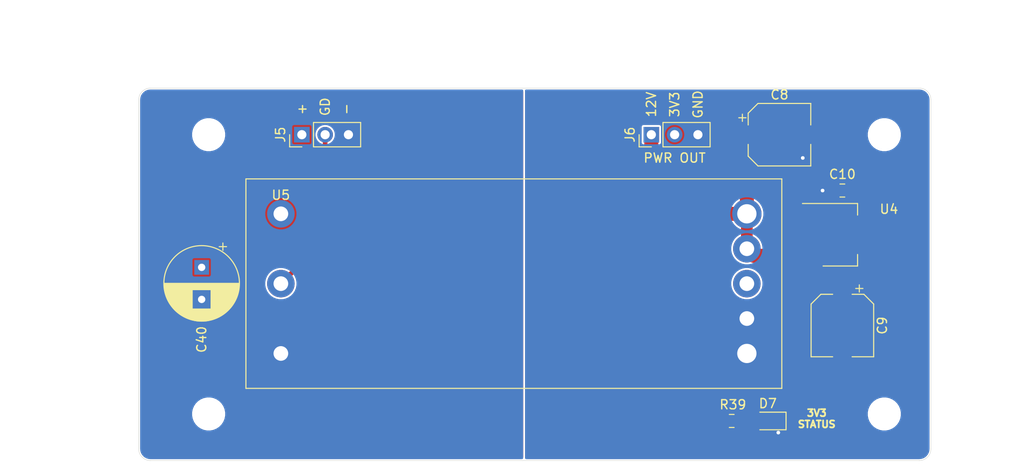
<source format=kicad_pcb>
(kicad_pcb (version 20171130) (host pcbnew "(5.1.12)-1")

  (general
    (thickness 1.6)
    (drawings 11)
    (tracks 28)
    (zones 0)
    (modules 14)
    (nets 9)
  )

  (page A4)
  (layers
    (0 F.Cu signal)
    (31 B.Cu signal)
    (32 B.Adhes user)
    (33 F.Adhes user)
    (34 B.Paste user)
    (35 F.Paste user)
    (36 B.SilkS user)
    (37 F.SilkS user)
    (38 B.Mask user)
    (39 F.Mask user)
    (40 Dwgs.User user)
    (41 Cmts.User user)
    (42 Eco1.User user)
    (43 Eco2.User user)
    (44 Edge.Cuts user)
    (45 Margin user)
    (46 B.CrtYd user)
    (47 F.CrtYd user)
    (48 B.Fab user hide)
    (49 F.Fab user hide)
  )

  (setup
    (last_trace_width 0.25)
    (user_trace_width 0.2032)
    (user_trace_width 0.254)
    (user_trace_width 0.508)
    (user_trace_width 0.762)
    (user_trace_width 1.016)
    (user_trace_width 1.27)
    (user_trace_width 1.524)
    (trace_clearance 0.2)
    (zone_clearance 0.127)
    (zone_45_only no)
    (trace_min 0.2)
    (via_size 0.8)
    (via_drill 0.4)
    (via_min_size 0.4)
    (via_min_drill 0.3)
    (user_via 0.7 0.3)
    (uvia_size 0.3)
    (uvia_drill 0.1)
    (uvias_allowed no)
    (uvia_min_size 0.2)
    (uvia_min_drill 0.1)
    (edge_width 0.05)
    (segment_width 0.2)
    (pcb_text_width 0.3)
    (pcb_text_size 1.5 1.5)
    (mod_edge_width 0.12)
    (mod_text_size 1 1)
    (mod_text_width 0.15)
    (pad_size 3.200001 3.200001)
    (pad_drill 3.200001)
    (pad_to_mask_clearance 0)
    (aux_axis_origin 0 0)
    (grid_origin 35.687 23.622)
    (visible_elements 7FFFFFFF)
    (pcbplotparams
      (layerselection 0x010fc_ffffffff)
      (usegerberextensions false)
      (usegerberattributes true)
      (usegerberadvancedattributes true)
      (creategerberjobfile true)
      (excludeedgelayer true)
      (linewidth 0.100000)
      (plotframeref false)
      (viasonmask false)
      (mode 1)
      (useauxorigin false)
      (hpglpennumber 1)
      (hpglpenspeed 20)
      (hpglpendiameter 15.000000)
      (psnegative false)
      (psa4output false)
      (plotreference true)
      (plotvalue true)
      (plotinvisibletext false)
      (padsonsilk false)
      (subtractmaskfromsilk false)
      (outputformat 1)
      (mirror false)
      (drillshape 0)
      (scaleselection 1)
      (outputdirectory "C:/Users/Bryan/Documents/Senior Design/PoE-Stepper-Motor-Driver/boards/gerbers_pwr/"))
  )

  (net 0 "")
  (net 1 VOUT-)
  (net 2 +3V3)
  (net 3 VOUT+)
  (net 4 PWRGD)
  (net 5 +12V)
  (net 6 "Net-(U5-Pad6)")
  (net 7 GND)
  (net 8 "Net-(D7-Pad2)")

  (net_class Default "This is the default net class."
    (clearance 0.2)
    (trace_width 0.25)
    (via_dia 0.8)
    (via_drill 0.4)
    (uvia_dia 0.3)
    (uvia_drill 0.1)
    (add_net +12V)
    (add_net +3V3)
    (add_net GND)
    (add_net "Net-(D7-Pad2)")
    (add_net "Net-(U5-Pad6)")
    (add_net PWRGD)
    (add_net VOUT+)
    (add_net VOUT-)
  )

  (module MountingHole:MountingHole_3.2mm_M3 (layer F.Cu) (tedit 622273DC) (tstamp 622512EC)
    (at 109.855 75.692)
    (descr "Mounting Hole 3.2mm, no annular, M3")
    (tags "mounting hole 3.2mm no annular m3")
    (attr virtual)
    (fp_text reference REF** (at 0 -4.2) (layer F.SilkS) hide
      (effects (font (size 1 1) (thickness 0.15)))
    )
    (fp_text value MountingHole_3.2mm_M3 (at 0 4.2) (layer F.Fab)
      (effects (font (size 1 1) (thickness 0.15)))
    )
    (fp_circle (center 0 0) (end 3.45 0) (layer F.CrtYd) (width 0.05))
    (fp_circle (center 0 0) (end 3.2 0) (layer Cmts.User) (width 0.15))
    (fp_text user %R (at 0.3 0) (layer F.Fab)
      (effects (font (size 1 1) (thickness 0.15)))
    )
    (pad "" np_thru_hole circle (at 0 0) (size 3.200001 3.200001) (drill 3.200001) (layers *.Cu *.Mask))
  )

  (module MountingHole:MountingHole_3.2mm_M3 (layer F.Cu) (tedit 622273DC) (tstamp 622512EC)
    (at 109.855 106.172)
    (descr "Mounting Hole 3.2mm, no annular, M3")
    (tags "mounting hole 3.2mm no annular m3")
    (attr virtual)
    (fp_text reference REF** (at 0 -4.2) (layer F.SilkS) hide
      (effects (font (size 1 1) (thickness 0.15)))
    )
    (fp_text value MountingHole_3.2mm_M3 (at 0 4.2) (layer F.Fab)
      (effects (font (size 1 1) (thickness 0.15)))
    )
    (fp_circle (center 0 0) (end 3.45 0) (layer F.CrtYd) (width 0.05))
    (fp_circle (center 0 0) (end 3.2 0) (layer Cmts.User) (width 0.15))
    (fp_text user %R (at 0.3 0) (layer F.Fab)
      (effects (font (size 1 1) (thickness 0.15)))
    )
    (pad "" np_thru_hole circle (at 0 0) (size 3.200001 3.200001) (drill 3.200001) (layers *.Cu *.Mask))
  )

  (module MountingHole:MountingHole_3.2mm_M3 (layer F.Cu) (tedit 622273DC) (tstamp 622512EC)
    (at 183.515 106.172)
    (descr "Mounting Hole 3.2mm, no annular, M3")
    (tags "mounting hole 3.2mm no annular m3")
    (attr virtual)
    (fp_text reference REF** (at 0 -4.2) (layer F.SilkS) hide
      (effects (font (size 1 1) (thickness 0.15)))
    )
    (fp_text value MountingHole_3.2mm_M3 (at 0 4.2) (layer F.Fab)
      (effects (font (size 1 1) (thickness 0.15)))
    )
    (fp_circle (center 0 0) (end 3.45 0) (layer F.CrtYd) (width 0.05))
    (fp_circle (center 0 0) (end 3.2 0) (layer Cmts.User) (width 0.15))
    (fp_text user %R (at 0.3 0) (layer F.Fab)
      (effects (font (size 1 1) (thickness 0.15)))
    )
    (pad "" np_thru_hole circle (at 0 0) (size 3.200001 3.200001) (drill 3.200001) (layers *.Cu *.Mask))
  )

  (module MountingHole:MountingHole_3.2mm_M3 (layer F.Cu) (tedit 622273DC) (tstamp 62240C16)
    (at 183.515 75.692)
    (descr "Mounting Hole 3.2mm, no annular, M3")
    (tags "mounting hole 3.2mm no annular m3")
    (attr virtual)
    (fp_text reference REF** (at 0 -4.2) (layer F.SilkS) hide
      (effects (font (size 1 1) (thickness 0.15)))
    )
    (fp_text value MountingHole_3.2mm_M3 (at 0 4.2) (layer F.Fab)
      (effects (font (size 1 1) (thickness 0.15)))
    )
    (fp_circle (center 0 0) (end 3.45 0) (layer F.CrtYd) (width 0.05))
    (fp_circle (center 0 0) (end 3.2 0) (layer Cmts.User) (width 0.15))
    (fp_text user %R (at 0.3 0) (layer F.Fab)
      (effects (font (size 1 1) (thickness 0.15)))
    )
    (pad "" np_thru_hole circle (at 0 0) (size 3.200001 3.200001) (drill 3.200001) (layers *.Cu *.Mask))
  )

  (module Capacitor_SMD:C_0805_2012Metric_Pad1.15x1.40mm_HandSolder (layer F.Cu) (tedit 5B36C52B) (tstamp 621E5189)
    (at 178.943 81.788 180)
    (descr "Capacitor SMD 0805 (2012 Metric), square (rectangular) end terminal, IPC_7351 nominal with elongated pad for handsoldering. (Body size source: https://docs.google.com/spreadsheets/d/1BsfQQcO9C6DZCsRaXUlFlo91Tg2WpOkGARC1WS5S8t0/edit?usp=sharing), generated with kicad-footprint-generator")
    (tags "capacitor handsolder")
    (path /621AEC2B)
    (attr smd)
    (fp_text reference C10 (at 0 1.778) (layer F.SilkS)
      (effects (font (size 1 1) (thickness 0.15)))
    )
    (fp_text value 0.1uF (at 0 1.65) (layer F.Fab)
      (effects (font (size 1 1) (thickness 0.15)))
    )
    (fp_line (start -1 0.6) (end -1 -0.6) (layer F.Fab) (width 0.1))
    (fp_line (start -1 -0.6) (end 1 -0.6) (layer F.Fab) (width 0.1))
    (fp_line (start 1 -0.6) (end 1 0.6) (layer F.Fab) (width 0.1))
    (fp_line (start 1 0.6) (end -1 0.6) (layer F.Fab) (width 0.1))
    (fp_line (start -0.261252 -0.71) (end 0.261252 -0.71) (layer F.SilkS) (width 0.12))
    (fp_line (start -0.261252 0.71) (end 0.261252 0.71) (layer F.SilkS) (width 0.12))
    (fp_line (start -1.85 0.95) (end -1.85 -0.95) (layer F.CrtYd) (width 0.05))
    (fp_line (start -1.85 -0.95) (end 1.85 -0.95) (layer F.CrtYd) (width 0.05))
    (fp_line (start 1.85 -0.95) (end 1.85 0.95) (layer F.CrtYd) (width 0.05))
    (fp_line (start 1.85 0.95) (end -1.85 0.95) (layer F.CrtYd) (width 0.05))
    (fp_text user %R (at 0 0) (layer F.Fab)
      (effects (font (size 0.5 0.5) (thickness 0.08)))
    )
    (pad 2 smd roundrect (at 1.025 0 180) (size 1.15 1.4) (layers F.Cu F.Paste F.Mask) (roundrect_rratio 0.2173904347826087)
      (net 7 GND))
    (pad 1 smd roundrect (at -1.025 0 180) (size 1.15 1.4) (layers F.Cu F.Paste F.Mask) (roundrect_rratio 0.2173904347826087)
      (net 2 +3V3))
    (model ${KISYS3DMOD}/Capacitor_SMD.3dshapes/C_0805_2012Metric.wrl
      (at (xyz 0 0 0))
      (scale (xyz 1 1 1))
      (rotate (xyz 0 0 0))
    )
  )

  (module Package_TO_SOT_SMD:SOT-223-3_TabPin2 (layer F.Cu) (tedit 5A02FF57) (tstamp 621E564C)
    (at 178.689 86.614)
    (descr "module CMS SOT223 4 pins")
    (tags "CMS SOT")
    (path /62160F45)
    (attr smd)
    (fp_text reference U4 (at 5.334 -2.794) (layer F.SilkS)
      (effects (font (size 1 1) (thickness 0.15)))
    )
    (fp_text value NCP1117 (at 0 4.5) (layer F.Fab)
      (effects (font (size 1 1) (thickness 0.15)))
    )
    (fp_line (start 1.85 -3.35) (end 1.85 3.35) (layer F.Fab) (width 0.1))
    (fp_line (start -1.85 3.35) (end 1.85 3.35) (layer F.Fab) (width 0.1))
    (fp_line (start -4.1 -3.41) (end 1.91 -3.41) (layer F.SilkS) (width 0.12))
    (fp_line (start -0.85 -3.35) (end 1.85 -3.35) (layer F.Fab) (width 0.1))
    (fp_line (start -1.85 3.41) (end 1.91 3.41) (layer F.SilkS) (width 0.12))
    (fp_line (start -1.85 -2.35) (end -1.85 3.35) (layer F.Fab) (width 0.1))
    (fp_line (start -1.85 -2.35) (end -0.85 -3.35) (layer F.Fab) (width 0.1))
    (fp_line (start -4.4 -3.6) (end -4.4 3.6) (layer F.CrtYd) (width 0.05))
    (fp_line (start -4.4 3.6) (end 4.4 3.6) (layer F.CrtYd) (width 0.05))
    (fp_line (start 4.4 3.6) (end 4.4 -3.6) (layer F.CrtYd) (width 0.05))
    (fp_line (start 4.4 -3.6) (end -4.4 -3.6) (layer F.CrtYd) (width 0.05))
    (fp_line (start 1.91 -3.41) (end 1.91 -2.15) (layer F.SilkS) (width 0.12))
    (fp_line (start 1.91 3.41) (end 1.91 2.15) (layer F.SilkS) (width 0.12))
    (fp_text user %R (at 0 0 90) (layer F.Fab)
      (effects (font (size 0.8 0.8) (thickness 0.12)))
    )
    (pad 2 smd rect (at 3.15 0) (size 2 3.8) (layers F.Cu F.Paste F.Mask)
      (net 2 +3V3))
    (pad 2 smd rect (at -3.15 0) (size 2 1.5) (layers F.Cu F.Paste F.Mask)
      (net 2 +3V3))
    (pad 3 smd rect (at -3.15 2.3) (size 2 1.5) (layers F.Cu F.Paste F.Mask)
      (net 5 +12V))
    (pad 1 smd rect (at -3.15 -2.3) (size 2 1.5) (layers F.Cu F.Paste F.Mask)
      (net 7 GND))
    (model ${KISYS3DMOD}/Package_TO_SOT_SMD.3dshapes/SOT-223.wrl
      (at (xyz 0 0 0))
      (scale (xyz 1 1 1))
      (rotate (xyz 0 0 0))
    )
  )

  (module PoE_Stepper_Driver:E48SC12010 (layer F.Cu) (tedit 621EA894) (tstamp 6225132C)
    (at 117.729 84.328)
    (path /62D0E6E4)
    (fp_text reference U5 (at 0 -2.04) (layer F.SilkS)
      (effects (font (size 1 1) (thickness 0.15)))
    )
    (fp_text value E48SC12010 (at 0 -3.04) (layer F.Fab)
      (effects (font (size 1 1) (thickness 0.15)))
    )
    (fp_line (start -3.81 -3.81) (end 54.61 -3.81) (layer F.SilkS) (width 0.12))
    (fp_line (start -3.81 19.05) (end 54.61 19.05) (layer F.SilkS) (width 0.12))
    (fp_line (start -3.81 -3.81) (end -3.81 19.05) (layer F.SilkS) (width 0.12))
    (fp_line (start 54.61 -3.81) (end 54.61 19.05) (layer F.SilkS) (width 0.12))
    (pad 1 thru_hole circle (at 0 0) (size 3 3) (drill 1.6) (layers *.Cu *.Mask)
      (net 3 VOUT+))
    (pad 2 thru_hole circle (at 0 7.62) (size 3 3) (drill 1.6) (layers *.Cu *.Mask)
      (net 4 PWRGD))
    (pad 3 thru_hole circle (at 0 15.24) (size 3 3) (drill 1.6) (layers *.Cu *.Mask)
      (net 1 VOUT-))
    (pad 4 thru_hole circle (at 50.8 15.24) (size 3.2 3.2) (drill 2.1) (layers *.Cu *.Mask)
      (net 7 GND))
    (pad 5 thru_hole circle (at 50.8 11.43) (size 3 3) (drill 1.6) (layers *.Cu *.Mask)
      (net 7 GND))
    (pad 6 thru_hole circle (at 50.8 7.62) (size 3 3) (drill 1.6) (layers *.Cu *.Mask)
      (net 6 "Net-(U5-Pad6)"))
    (pad 7 thru_hole circle (at 50.8 3.81) (size 3 3) (drill 1.6) (layers *.Cu *.Mask)
      (net 5 +12V))
    (pad 8 thru_hole circle (at 50.8 0) (size 3.2 3.2) (drill 2.1) (layers *.Cu *.Mask)
      (net 5 +12V))
  )

  (module Capacitor_SMD:CP_Elec_6.3x5.4 (layer F.Cu) (tedit 5BCA39D0) (tstamp 6220FDA1)
    (at 178.943 96.52 270)
    (descr "SMD capacitor, aluminum electrolytic, Panasonic C55, 6.3x5.4mm")
    (tags "capacitor electrolytic")
    (path /62162EF0)
    (attr smd)
    (fp_text reference C9 (at 0 -4.35 90) (layer F.SilkS)
      (effects (font (size 1 1) (thickness 0.15)))
    )
    (fp_text value 10uF (at 0 4.35 90) (layer F.Fab)
      (effects (font (size 1 1) (thickness 0.15)))
    )
    (fp_circle (center 0 0) (end 3.15 0) (layer F.Fab) (width 0.1))
    (fp_line (start 3.3 -3.3) (end 3.3 3.3) (layer F.Fab) (width 0.1))
    (fp_line (start -2.3 -3.3) (end 3.3 -3.3) (layer F.Fab) (width 0.1))
    (fp_line (start -2.3 3.3) (end 3.3 3.3) (layer F.Fab) (width 0.1))
    (fp_line (start -3.3 -2.3) (end -3.3 2.3) (layer F.Fab) (width 0.1))
    (fp_line (start -3.3 -2.3) (end -2.3 -3.3) (layer F.Fab) (width 0.1))
    (fp_line (start -3.3 2.3) (end -2.3 3.3) (layer F.Fab) (width 0.1))
    (fp_line (start -2.704838 -1.33) (end -2.074838 -1.33) (layer F.Fab) (width 0.1))
    (fp_line (start -2.389838 -1.645) (end -2.389838 -1.015) (layer F.Fab) (width 0.1))
    (fp_line (start 3.41 3.41) (end 3.41 1.06) (layer F.SilkS) (width 0.12))
    (fp_line (start 3.41 -3.41) (end 3.41 -1.06) (layer F.SilkS) (width 0.12))
    (fp_line (start -2.345563 -3.41) (end 3.41 -3.41) (layer F.SilkS) (width 0.12))
    (fp_line (start -2.345563 3.41) (end 3.41 3.41) (layer F.SilkS) (width 0.12))
    (fp_line (start -3.41 2.345563) (end -3.41 1.06) (layer F.SilkS) (width 0.12))
    (fp_line (start -3.41 -2.345563) (end -3.41 -1.06) (layer F.SilkS) (width 0.12))
    (fp_line (start -3.41 -2.345563) (end -2.345563 -3.41) (layer F.SilkS) (width 0.12))
    (fp_line (start -3.41 2.345563) (end -2.345563 3.41) (layer F.SilkS) (width 0.12))
    (fp_line (start -4.4375 -1.8475) (end -3.65 -1.8475) (layer F.SilkS) (width 0.12))
    (fp_line (start -4.04375 -2.24125) (end -4.04375 -1.45375) (layer F.SilkS) (width 0.12))
    (fp_line (start 3.55 -3.55) (end 3.55 -1.05) (layer F.CrtYd) (width 0.05))
    (fp_line (start 3.55 -1.05) (end 4.8 -1.05) (layer F.CrtYd) (width 0.05))
    (fp_line (start 4.8 -1.05) (end 4.8 1.05) (layer F.CrtYd) (width 0.05))
    (fp_line (start 4.8 1.05) (end 3.55 1.05) (layer F.CrtYd) (width 0.05))
    (fp_line (start 3.55 1.05) (end 3.55 3.55) (layer F.CrtYd) (width 0.05))
    (fp_line (start -2.4 3.55) (end 3.55 3.55) (layer F.CrtYd) (width 0.05))
    (fp_line (start -2.4 -3.55) (end 3.55 -3.55) (layer F.CrtYd) (width 0.05))
    (fp_line (start -3.55 2.4) (end -2.4 3.55) (layer F.CrtYd) (width 0.05))
    (fp_line (start -3.55 -2.4) (end -2.4 -3.55) (layer F.CrtYd) (width 0.05))
    (fp_line (start -3.55 -2.4) (end -3.55 -1.05) (layer F.CrtYd) (width 0.05))
    (fp_line (start -3.55 1.05) (end -3.55 2.4) (layer F.CrtYd) (width 0.05))
    (fp_line (start -3.55 -1.05) (end -4.8 -1.05) (layer F.CrtYd) (width 0.05))
    (fp_line (start -4.8 -1.05) (end -4.8 1.05) (layer F.CrtYd) (width 0.05))
    (fp_line (start -4.8 1.05) (end -3.55 1.05) (layer F.CrtYd) (width 0.05))
    (fp_text user %R (at 0 0 90) (layer F.Fab)
      (effects (font (size 1 1) (thickness 0.15)))
    )
    (pad 2 smd roundrect (at 2.8 0 270) (size 3.5 1.6) (layers F.Cu F.Paste F.Mask) (roundrect_rratio 0.15625)
      (net 7 GND))
    (pad 1 smd roundrect (at -2.8 0 270) (size 3.5 1.6) (layers F.Cu F.Paste F.Mask) (roundrect_rratio 0.15625)
      (net 2 +3V3))
    (model ${KISYS3DMOD}/Capacitor_SMD.3dshapes/CP_Elec_6.3x5.4.wrl
      (at (xyz 0 0 0))
      (scale (xyz 1 1 1))
      (rotate (xyz 0 0 0))
    )
  )

  (module Capacitor_THT:CP_Radial_D8.0mm_P3.50mm (layer F.Cu) (tedit 5AE50EF0) (tstamp 62244ED3)
    (at 109.093 90.17 270)
    (descr "CP, Radial series, Radial, pin pitch=3.50mm, , diameter=8mm, Electrolytic Capacitor")
    (tags "CP Radial series Radial pin pitch 3.50mm  diameter 8mm Electrolytic Capacitor")
    (path /6260860A)
    (fp_text reference C40 (at 7.874 0 90) (layer F.SilkS)
      (effects (font (size 1 1) (thickness 0.15)))
    )
    (fp_text value 47uF (at 1.75 5.25 90) (layer F.Fab)
      (effects (font (size 1 1) (thickness 0.15)))
    )
    (fp_line (start -2.259698 -2.715) (end -2.259698 -1.915) (layer F.SilkS) (width 0.12))
    (fp_line (start -2.659698 -2.315) (end -1.859698 -2.315) (layer F.SilkS) (width 0.12))
    (fp_line (start 5.831 -0.533) (end 5.831 0.533) (layer F.SilkS) (width 0.12))
    (fp_line (start 5.791 -0.768) (end 5.791 0.768) (layer F.SilkS) (width 0.12))
    (fp_line (start 5.751 -0.948) (end 5.751 0.948) (layer F.SilkS) (width 0.12))
    (fp_line (start 5.711 -1.098) (end 5.711 1.098) (layer F.SilkS) (width 0.12))
    (fp_line (start 5.671 -1.229) (end 5.671 1.229) (layer F.SilkS) (width 0.12))
    (fp_line (start 5.631 -1.346) (end 5.631 1.346) (layer F.SilkS) (width 0.12))
    (fp_line (start 5.591 -1.453) (end 5.591 1.453) (layer F.SilkS) (width 0.12))
    (fp_line (start 5.551 -1.552) (end 5.551 1.552) (layer F.SilkS) (width 0.12))
    (fp_line (start 5.511 -1.645) (end 5.511 1.645) (layer F.SilkS) (width 0.12))
    (fp_line (start 5.471 -1.731) (end 5.471 1.731) (layer F.SilkS) (width 0.12))
    (fp_line (start 5.431 -1.813) (end 5.431 1.813) (layer F.SilkS) (width 0.12))
    (fp_line (start 5.391 -1.89) (end 5.391 1.89) (layer F.SilkS) (width 0.12))
    (fp_line (start 5.351 -1.964) (end 5.351 1.964) (layer F.SilkS) (width 0.12))
    (fp_line (start 5.311 -2.034) (end 5.311 2.034) (layer F.SilkS) (width 0.12))
    (fp_line (start 5.271 -2.102) (end 5.271 2.102) (layer F.SilkS) (width 0.12))
    (fp_line (start 5.231 -2.166) (end 5.231 2.166) (layer F.SilkS) (width 0.12))
    (fp_line (start 5.191 -2.228) (end 5.191 2.228) (layer F.SilkS) (width 0.12))
    (fp_line (start 5.151 -2.287) (end 5.151 2.287) (layer F.SilkS) (width 0.12))
    (fp_line (start 5.111 -2.345) (end 5.111 2.345) (layer F.SilkS) (width 0.12))
    (fp_line (start 5.071 -2.4) (end 5.071 2.4) (layer F.SilkS) (width 0.12))
    (fp_line (start 5.031 -2.454) (end 5.031 2.454) (layer F.SilkS) (width 0.12))
    (fp_line (start 4.991 -2.505) (end 4.991 2.505) (layer F.SilkS) (width 0.12))
    (fp_line (start 4.951 -2.556) (end 4.951 2.556) (layer F.SilkS) (width 0.12))
    (fp_line (start 4.911 -2.604) (end 4.911 2.604) (layer F.SilkS) (width 0.12))
    (fp_line (start 4.871 -2.651) (end 4.871 2.651) (layer F.SilkS) (width 0.12))
    (fp_line (start 4.831 -2.697) (end 4.831 2.697) (layer F.SilkS) (width 0.12))
    (fp_line (start 4.791 -2.741) (end 4.791 2.741) (layer F.SilkS) (width 0.12))
    (fp_line (start 4.751 -2.784) (end 4.751 2.784) (layer F.SilkS) (width 0.12))
    (fp_line (start 4.711 -2.826) (end 4.711 2.826) (layer F.SilkS) (width 0.12))
    (fp_line (start 4.671 -2.867) (end 4.671 2.867) (layer F.SilkS) (width 0.12))
    (fp_line (start 4.631 -2.907) (end 4.631 2.907) (layer F.SilkS) (width 0.12))
    (fp_line (start 4.591 -2.945) (end 4.591 2.945) (layer F.SilkS) (width 0.12))
    (fp_line (start 4.551 -2.983) (end 4.551 2.983) (layer F.SilkS) (width 0.12))
    (fp_line (start 4.511 1.04) (end 4.511 3.019) (layer F.SilkS) (width 0.12))
    (fp_line (start 4.511 -3.019) (end 4.511 -1.04) (layer F.SilkS) (width 0.12))
    (fp_line (start 4.471 1.04) (end 4.471 3.055) (layer F.SilkS) (width 0.12))
    (fp_line (start 4.471 -3.055) (end 4.471 -1.04) (layer F.SilkS) (width 0.12))
    (fp_line (start 4.431 1.04) (end 4.431 3.09) (layer F.SilkS) (width 0.12))
    (fp_line (start 4.431 -3.09) (end 4.431 -1.04) (layer F.SilkS) (width 0.12))
    (fp_line (start 4.391 1.04) (end 4.391 3.124) (layer F.SilkS) (width 0.12))
    (fp_line (start 4.391 -3.124) (end 4.391 -1.04) (layer F.SilkS) (width 0.12))
    (fp_line (start 4.351 1.04) (end 4.351 3.156) (layer F.SilkS) (width 0.12))
    (fp_line (start 4.351 -3.156) (end 4.351 -1.04) (layer F.SilkS) (width 0.12))
    (fp_line (start 4.311 1.04) (end 4.311 3.189) (layer F.SilkS) (width 0.12))
    (fp_line (start 4.311 -3.189) (end 4.311 -1.04) (layer F.SilkS) (width 0.12))
    (fp_line (start 4.271 1.04) (end 4.271 3.22) (layer F.SilkS) (width 0.12))
    (fp_line (start 4.271 -3.22) (end 4.271 -1.04) (layer F.SilkS) (width 0.12))
    (fp_line (start 4.231 1.04) (end 4.231 3.25) (layer F.SilkS) (width 0.12))
    (fp_line (start 4.231 -3.25) (end 4.231 -1.04) (layer F.SilkS) (width 0.12))
    (fp_line (start 4.191 1.04) (end 4.191 3.28) (layer F.SilkS) (width 0.12))
    (fp_line (start 4.191 -3.28) (end 4.191 -1.04) (layer F.SilkS) (width 0.12))
    (fp_line (start 4.151 1.04) (end 4.151 3.309) (layer F.SilkS) (width 0.12))
    (fp_line (start 4.151 -3.309) (end 4.151 -1.04) (layer F.SilkS) (width 0.12))
    (fp_line (start 4.111 1.04) (end 4.111 3.338) (layer F.SilkS) (width 0.12))
    (fp_line (start 4.111 -3.338) (end 4.111 -1.04) (layer F.SilkS) (width 0.12))
    (fp_line (start 4.071 1.04) (end 4.071 3.365) (layer F.SilkS) (width 0.12))
    (fp_line (start 4.071 -3.365) (end 4.071 -1.04) (layer F.SilkS) (width 0.12))
    (fp_line (start 4.031 1.04) (end 4.031 3.392) (layer F.SilkS) (width 0.12))
    (fp_line (start 4.031 -3.392) (end 4.031 -1.04) (layer F.SilkS) (width 0.12))
    (fp_line (start 3.991 1.04) (end 3.991 3.418) (layer F.SilkS) (width 0.12))
    (fp_line (start 3.991 -3.418) (end 3.991 -1.04) (layer F.SilkS) (width 0.12))
    (fp_line (start 3.951 1.04) (end 3.951 3.444) (layer F.SilkS) (width 0.12))
    (fp_line (start 3.951 -3.444) (end 3.951 -1.04) (layer F.SilkS) (width 0.12))
    (fp_line (start 3.911 1.04) (end 3.911 3.469) (layer F.SilkS) (width 0.12))
    (fp_line (start 3.911 -3.469) (end 3.911 -1.04) (layer F.SilkS) (width 0.12))
    (fp_line (start 3.871 1.04) (end 3.871 3.493) (layer F.SilkS) (width 0.12))
    (fp_line (start 3.871 -3.493) (end 3.871 -1.04) (layer F.SilkS) (width 0.12))
    (fp_line (start 3.831 1.04) (end 3.831 3.517) (layer F.SilkS) (width 0.12))
    (fp_line (start 3.831 -3.517) (end 3.831 -1.04) (layer F.SilkS) (width 0.12))
    (fp_line (start 3.791 1.04) (end 3.791 3.54) (layer F.SilkS) (width 0.12))
    (fp_line (start 3.791 -3.54) (end 3.791 -1.04) (layer F.SilkS) (width 0.12))
    (fp_line (start 3.751 1.04) (end 3.751 3.562) (layer F.SilkS) (width 0.12))
    (fp_line (start 3.751 -3.562) (end 3.751 -1.04) (layer F.SilkS) (width 0.12))
    (fp_line (start 3.711 1.04) (end 3.711 3.584) (layer F.SilkS) (width 0.12))
    (fp_line (start 3.711 -3.584) (end 3.711 -1.04) (layer F.SilkS) (width 0.12))
    (fp_line (start 3.671 1.04) (end 3.671 3.606) (layer F.SilkS) (width 0.12))
    (fp_line (start 3.671 -3.606) (end 3.671 -1.04) (layer F.SilkS) (width 0.12))
    (fp_line (start 3.631 1.04) (end 3.631 3.627) (layer F.SilkS) (width 0.12))
    (fp_line (start 3.631 -3.627) (end 3.631 -1.04) (layer F.SilkS) (width 0.12))
    (fp_line (start 3.591 1.04) (end 3.591 3.647) (layer F.SilkS) (width 0.12))
    (fp_line (start 3.591 -3.647) (end 3.591 -1.04) (layer F.SilkS) (width 0.12))
    (fp_line (start 3.551 1.04) (end 3.551 3.666) (layer F.SilkS) (width 0.12))
    (fp_line (start 3.551 -3.666) (end 3.551 -1.04) (layer F.SilkS) (width 0.12))
    (fp_line (start 3.511 1.04) (end 3.511 3.686) (layer F.SilkS) (width 0.12))
    (fp_line (start 3.511 -3.686) (end 3.511 -1.04) (layer F.SilkS) (width 0.12))
    (fp_line (start 3.471 1.04) (end 3.471 3.704) (layer F.SilkS) (width 0.12))
    (fp_line (start 3.471 -3.704) (end 3.471 -1.04) (layer F.SilkS) (width 0.12))
    (fp_line (start 3.431 1.04) (end 3.431 3.722) (layer F.SilkS) (width 0.12))
    (fp_line (start 3.431 -3.722) (end 3.431 -1.04) (layer F.SilkS) (width 0.12))
    (fp_line (start 3.391 1.04) (end 3.391 3.74) (layer F.SilkS) (width 0.12))
    (fp_line (start 3.391 -3.74) (end 3.391 -1.04) (layer F.SilkS) (width 0.12))
    (fp_line (start 3.351 1.04) (end 3.351 3.757) (layer F.SilkS) (width 0.12))
    (fp_line (start 3.351 -3.757) (end 3.351 -1.04) (layer F.SilkS) (width 0.12))
    (fp_line (start 3.311 1.04) (end 3.311 3.774) (layer F.SilkS) (width 0.12))
    (fp_line (start 3.311 -3.774) (end 3.311 -1.04) (layer F.SilkS) (width 0.12))
    (fp_line (start 3.271 1.04) (end 3.271 3.79) (layer F.SilkS) (width 0.12))
    (fp_line (start 3.271 -3.79) (end 3.271 -1.04) (layer F.SilkS) (width 0.12))
    (fp_line (start 3.231 1.04) (end 3.231 3.805) (layer F.SilkS) (width 0.12))
    (fp_line (start 3.231 -3.805) (end 3.231 -1.04) (layer F.SilkS) (width 0.12))
    (fp_line (start 3.191 1.04) (end 3.191 3.821) (layer F.SilkS) (width 0.12))
    (fp_line (start 3.191 -3.821) (end 3.191 -1.04) (layer F.SilkS) (width 0.12))
    (fp_line (start 3.151 1.04) (end 3.151 3.835) (layer F.SilkS) (width 0.12))
    (fp_line (start 3.151 -3.835) (end 3.151 -1.04) (layer F.SilkS) (width 0.12))
    (fp_line (start 3.111 1.04) (end 3.111 3.85) (layer F.SilkS) (width 0.12))
    (fp_line (start 3.111 -3.85) (end 3.111 -1.04) (layer F.SilkS) (width 0.12))
    (fp_line (start 3.071 1.04) (end 3.071 3.863) (layer F.SilkS) (width 0.12))
    (fp_line (start 3.071 -3.863) (end 3.071 -1.04) (layer F.SilkS) (width 0.12))
    (fp_line (start 3.031 1.04) (end 3.031 3.877) (layer F.SilkS) (width 0.12))
    (fp_line (start 3.031 -3.877) (end 3.031 -1.04) (layer F.SilkS) (width 0.12))
    (fp_line (start 2.991 1.04) (end 2.991 3.889) (layer F.SilkS) (width 0.12))
    (fp_line (start 2.991 -3.889) (end 2.991 -1.04) (layer F.SilkS) (width 0.12))
    (fp_line (start 2.951 1.04) (end 2.951 3.902) (layer F.SilkS) (width 0.12))
    (fp_line (start 2.951 -3.902) (end 2.951 -1.04) (layer F.SilkS) (width 0.12))
    (fp_line (start 2.911 1.04) (end 2.911 3.914) (layer F.SilkS) (width 0.12))
    (fp_line (start 2.911 -3.914) (end 2.911 -1.04) (layer F.SilkS) (width 0.12))
    (fp_line (start 2.871 1.04) (end 2.871 3.925) (layer F.SilkS) (width 0.12))
    (fp_line (start 2.871 -3.925) (end 2.871 -1.04) (layer F.SilkS) (width 0.12))
    (fp_line (start 2.831 1.04) (end 2.831 3.936) (layer F.SilkS) (width 0.12))
    (fp_line (start 2.831 -3.936) (end 2.831 -1.04) (layer F.SilkS) (width 0.12))
    (fp_line (start 2.791 1.04) (end 2.791 3.947) (layer F.SilkS) (width 0.12))
    (fp_line (start 2.791 -3.947) (end 2.791 -1.04) (layer F.SilkS) (width 0.12))
    (fp_line (start 2.751 1.04) (end 2.751 3.957) (layer F.SilkS) (width 0.12))
    (fp_line (start 2.751 -3.957) (end 2.751 -1.04) (layer F.SilkS) (width 0.12))
    (fp_line (start 2.711 1.04) (end 2.711 3.967) (layer F.SilkS) (width 0.12))
    (fp_line (start 2.711 -3.967) (end 2.711 -1.04) (layer F.SilkS) (width 0.12))
    (fp_line (start 2.671 1.04) (end 2.671 3.976) (layer F.SilkS) (width 0.12))
    (fp_line (start 2.671 -3.976) (end 2.671 -1.04) (layer F.SilkS) (width 0.12))
    (fp_line (start 2.631 1.04) (end 2.631 3.985) (layer F.SilkS) (width 0.12))
    (fp_line (start 2.631 -3.985) (end 2.631 -1.04) (layer F.SilkS) (width 0.12))
    (fp_line (start 2.591 1.04) (end 2.591 3.994) (layer F.SilkS) (width 0.12))
    (fp_line (start 2.591 -3.994) (end 2.591 -1.04) (layer F.SilkS) (width 0.12))
    (fp_line (start 2.551 1.04) (end 2.551 4.002) (layer F.SilkS) (width 0.12))
    (fp_line (start 2.551 -4.002) (end 2.551 -1.04) (layer F.SilkS) (width 0.12))
    (fp_line (start 2.511 1.04) (end 2.511 4.01) (layer F.SilkS) (width 0.12))
    (fp_line (start 2.511 -4.01) (end 2.511 -1.04) (layer F.SilkS) (width 0.12))
    (fp_line (start 2.471 1.04) (end 2.471 4.017) (layer F.SilkS) (width 0.12))
    (fp_line (start 2.471 -4.017) (end 2.471 -1.04) (layer F.SilkS) (width 0.12))
    (fp_line (start 2.43 -4.024) (end 2.43 4.024) (layer F.SilkS) (width 0.12))
    (fp_line (start 2.39 -4.03) (end 2.39 4.03) (layer F.SilkS) (width 0.12))
    (fp_line (start 2.35 -4.037) (end 2.35 4.037) (layer F.SilkS) (width 0.12))
    (fp_line (start 2.31 -4.042) (end 2.31 4.042) (layer F.SilkS) (width 0.12))
    (fp_line (start 2.27 -4.048) (end 2.27 4.048) (layer F.SilkS) (width 0.12))
    (fp_line (start 2.23 -4.052) (end 2.23 4.052) (layer F.SilkS) (width 0.12))
    (fp_line (start 2.19 -4.057) (end 2.19 4.057) (layer F.SilkS) (width 0.12))
    (fp_line (start 2.15 -4.061) (end 2.15 4.061) (layer F.SilkS) (width 0.12))
    (fp_line (start 2.11 -4.065) (end 2.11 4.065) (layer F.SilkS) (width 0.12))
    (fp_line (start 2.07 -4.068) (end 2.07 4.068) (layer F.SilkS) (width 0.12))
    (fp_line (start 2.03 -4.071) (end 2.03 4.071) (layer F.SilkS) (width 0.12))
    (fp_line (start 1.99 -4.074) (end 1.99 4.074) (layer F.SilkS) (width 0.12))
    (fp_line (start 1.95 -4.076) (end 1.95 4.076) (layer F.SilkS) (width 0.12))
    (fp_line (start 1.91 -4.077) (end 1.91 4.077) (layer F.SilkS) (width 0.12))
    (fp_line (start 1.87 -4.079) (end 1.87 4.079) (layer F.SilkS) (width 0.12))
    (fp_line (start 1.83 -4.08) (end 1.83 4.08) (layer F.SilkS) (width 0.12))
    (fp_line (start 1.79 -4.08) (end 1.79 4.08) (layer F.SilkS) (width 0.12))
    (fp_line (start 1.75 -4.08) (end 1.75 4.08) (layer F.SilkS) (width 0.12))
    (fp_line (start -1.276759 -2.1475) (end -1.276759 -1.3475) (layer F.Fab) (width 0.1))
    (fp_line (start -1.676759 -1.7475) (end -0.876759 -1.7475) (layer F.Fab) (width 0.1))
    (fp_circle (center 1.75 0) (end 6 0) (layer F.CrtYd) (width 0.05))
    (fp_circle (center 1.75 0) (end 5.87 0) (layer F.SilkS) (width 0.12))
    (fp_circle (center 1.75 0) (end 5.75 0) (layer F.Fab) (width 0.1))
    (fp_text user %R (at 1.75 0 90) (layer F.Fab)
      (effects (font (size 1 1) (thickness 0.15)))
    )
    (pad 1 thru_hole rect (at 0 0 270) (size 1.6 1.6) (drill 0.8) (layers *.Cu *.Mask)
      (net 3 VOUT+))
    (pad 2 thru_hole circle (at 3.5 0 270) (size 1.6 1.6) (drill 0.8) (layers *.Cu *.Mask)
      (net 1 VOUT-))
    (model ${KISYS3DMOD}/Capacitor_THT.3dshapes/CP_Radial_D8.0mm_P3.50mm.wrl
      (at (xyz 0 0 0))
      (scale (xyz 1 1 1))
      (rotate (xyz 0 0 0))
    )
  )

  (module LED_SMD:LED_0805_2012Metric_Pad1.15x1.40mm_HandSolder (layer F.Cu) (tedit 5B4B45C9) (tstamp 6225894C)
    (at 170.942 106.934 180)
    (descr "LED SMD 0805 (2012 Metric), square (rectangular) end terminal, IPC_7351 nominal, (Body size source: https://docs.google.com/spreadsheets/d/1BsfQQcO9C6DZCsRaXUlFlo91Tg2WpOkGARC1WS5S8t0/edit?usp=sharing), generated with kicad-footprint-generator")
    (tags "LED handsolder")
    (path /622AA99B)
    (attr smd)
    (fp_text reference D7 (at 0.127 1.905) (layer F.SilkS)
      (effects (font (size 1 1) (thickness 0.15)))
    )
    (fp_text value Green (at 0 1.65) (layer F.Fab)
      (effects (font (size 1 1) (thickness 0.15)))
    )
    (fp_line (start 1 -0.6) (end -0.7 -0.6) (layer F.Fab) (width 0.1))
    (fp_line (start -0.7 -0.6) (end -1 -0.3) (layer F.Fab) (width 0.1))
    (fp_line (start -1 -0.3) (end -1 0.6) (layer F.Fab) (width 0.1))
    (fp_line (start -1 0.6) (end 1 0.6) (layer F.Fab) (width 0.1))
    (fp_line (start 1 0.6) (end 1 -0.6) (layer F.Fab) (width 0.1))
    (fp_line (start 1 -0.96) (end -1.86 -0.96) (layer F.SilkS) (width 0.12))
    (fp_line (start -1.86 -0.96) (end -1.86 0.96) (layer F.SilkS) (width 0.12))
    (fp_line (start -1.86 0.96) (end 1 0.96) (layer F.SilkS) (width 0.12))
    (fp_line (start -1.85 0.95) (end -1.85 -0.95) (layer F.CrtYd) (width 0.05))
    (fp_line (start -1.85 -0.95) (end 1.85 -0.95) (layer F.CrtYd) (width 0.05))
    (fp_line (start 1.85 -0.95) (end 1.85 0.95) (layer F.CrtYd) (width 0.05))
    (fp_line (start 1.85 0.95) (end -1.85 0.95) (layer F.CrtYd) (width 0.05))
    (fp_text user %R (at 0 0) (layer F.Fab)
      (effects (font (size 0.5 0.5) (thickness 0.08)))
    )
    (pad 2 smd roundrect (at 1.025 0 180) (size 1.15 1.4) (layers F.Cu F.Paste F.Mask) (roundrect_rratio 0.2173904347826087)
      (net 8 "Net-(D7-Pad2)"))
    (pad 1 smd roundrect (at -1.025 0 180) (size 1.15 1.4) (layers F.Cu F.Paste F.Mask) (roundrect_rratio 0.2173904347826087)
      (net 7 GND))
    (model ${KISYS3DMOD}/LED_SMD.3dshapes/LED_0805_2012Metric.wrl
      (at (xyz 0 0 0))
      (scale (xyz 1 1 1))
      (rotate (xyz 0 0 0))
    )
  )

  (module Resistor_SMD:R_0805_2012Metric_Pad1.15x1.40mm_HandSolder (layer F.Cu) (tedit 5B36C52B) (tstamp 6225896E)
    (at 166.878 106.934 180)
    (descr "Resistor SMD 0805 (2012 Metric), square (rectangular) end terminal, IPC_7351 nominal with elongated pad for handsoldering. (Body size source: https://docs.google.com/spreadsheets/d/1BsfQQcO9C6DZCsRaXUlFlo91Tg2WpOkGARC1WS5S8t0/edit?usp=sharing), generated with kicad-footprint-generator")
    (tags "resistor handsolder")
    (path /622AA995)
    (attr smd)
    (fp_text reference R39 (at -0.127 1.778) (layer F.SilkS)
      (effects (font (size 1 1) (thickness 0.15)))
    )
    (fp_text value 470 (at 0 1.65) (layer F.Fab)
      (effects (font (size 1 1) (thickness 0.15)))
    )
    (fp_line (start -1 0.6) (end -1 -0.6) (layer F.Fab) (width 0.1))
    (fp_line (start -1 -0.6) (end 1 -0.6) (layer F.Fab) (width 0.1))
    (fp_line (start 1 -0.6) (end 1 0.6) (layer F.Fab) (width 0.1))
    (fp_line (start 1 0.6) (end -1 0.6) (layer F.Fab) (width 0.1))
    (fp_line (start -0.261252 -0.71) (end 0.261252 -0.71) (layer F.SilkS) (width 0.12))
    (fp_line (start -0.261252 0.71) (end 0.261252 0.71) (layer F.SilkS) (width 0.12))
    (fp_line (start -1.85 0.95) (end -1.85 -0.95) (layer F.CrtYd) (width 0.05))
    (fp_line (start -1.85 -0.95) (end 1.85 -0.95) (layer F.CrtYd) (width 0.05))
    (fp_line (start 1.85 -0.95) (end 1.85 0.95) (layer F.CrtYd) (width 0.05))
    (fp_line (start 1.85 0.95) (end -1.85 0.95) (layer F.CrtYd) (width 0.05))
    (fp_text user %R (at 0 0) (layer F.Fab)
      (effects (font (size 0.5 0.5) (thickness 0.08)))
    )
    (pad 2 smd roundrect (at 1.025 0 180) (size 1.15 1.4) (layers F.Cu F.Paste F.Mask) (roundrect_rratio 0.2173904347826087)
      (net 2 +3V3))
    (pad 1 smd roundrect (at -1.025 0 180) (size 1.15 1.4) (layers F.Cu F.Paste F.Mask) (roundrect_rratio 0.2173904347826087)
      (net 8 "Net-(D7-Pad2)"))
    (model ${KISYS3DMOD}/Resistor_SMD.3dshapes/R_0805_2012Metric.wrl
      (at (xyz 0 0 0))
      (scale (xyz 1 1 1))
      (rotate (xyz 0 0 0))
    )
  )

  (module Connector_PinHeader_2.54mm:PinHeader_1x03_P2.54mm_Vertical (layer F.Cu) (tedit 59FED5CC) (tstamp 622564D7)
    (at 120.015 75.692 90)
    (descr "Through hole straight pin header, 1x03, 2.54mm pitch, single row")
    (tags "Through hole pin header THT 1x03 2.54mm single row")
    (path /6254D9BC)
    (fp_text reference J5 (at 0 -2.33 90) (layer F.SilkS)
      (effects (font (size 1 1) (thickness 0.15)))
    )
    (fp_text value "PWR IN" (at 0 7.41 90) (layer F.Fab)
      (effects (font (size 1 1) (thickness 0.15)))
    )
    (fp_line (start -0.635 -1.27) (end 1.27 -1.27) (layer F.Fab) (width 0.1))
    (fp_line (start 1.27 -1.27) (end 1.27 6.35) (layer F.Fab) (width 0.1))
    (fp_line (start 1.27 6.35) (end -1.27 6.35) (layer F.Fab) (width 0.1))
    (fp_line (start -1.27 6.35) (end -1.27 -0.635) (layer F.Fab) (width 0.1))
    (fp_line (start -1.27 -0.635) (end -0.635 -1.27) (layer F.Fab) (width 0.1))
    (fp_line (start -1.33 6.41) (end 1.33 6.41) (layer F.SilkS) (width 0.12))
    (fp_line (start -1.33 1.27) (end -1.33 6.41) (layer F.SilkS) (width 0.12))
    (fp_line (start 1.33 1.27) (end 1.33 6.41) (layer F.SilkS) (width 0.12))
    (fp_line (start -1.33 1.27) (end 1.33 1.27) (layer F.SilkS) (width 0.12))
    (fp_line (start -1.33 0) (end -1.33 -1.33) (layer F.SilkS) (width 0.12))
    (fp_line (start -1.33 -1.33) (end 0 -1.33) (layer F.SilkS) (width 0.12))
    (fp_line (start -1.8 -1.8) (end -1.8 6.85) (layer F.CrtYd) (width 0.05))
    (fp_line (start -1.8 6.85) (end 1.8 6.85) (layer F.CrtYd) (width 0.05))
    (fp_line (start 1.8 6.85) (end 1.8 -1.8) (layer F.CrtYd) (width 0.05))
    (fp_line (start 1.8 -1.8) (end -1.8 -1.8) (layer F.CrtYd) (width 0.05))
    (fp_text user %R (at 0 2.54) (layer F.Fab)
      (effects (font (size 1 1) (thickness 0.15)))
    )
    (fp_text user + (at 2.794 0 90) (layer F.SilkS)
      (effects (font (size 1 1) (thickness 0.15)))
    )
    (fp_text user - (at 2.794 4.826 90) (layer F.SilkS)
      (effects (font (size 1 1) (thickness 0.15)))
    )
    (fp_text user GD (at 3.048 2.54 90) (layer F.SilkS)
      (effects (font (size 1 1) (thickness 0.15)))
    )
    (pad 1 thru_hole rect (at 0 0 90) (size 1.7 1.7) (drill 1) (layers *.Cu *.Mask)
      (net 3 VOUT+))
    (pad 2 thru_hole oval (at 0 2.54 90) (size 1.7 1.7) (drill 1) (layers *.Cu *.Mask)
      (net 4 PWRGD))
    (pad 3 thru_hole oval (at 0 5.08 90) (size 1.7 1.7) (drill 1) (layers *.Cu *.Mask)
      (net 1 VOUT-))
    (model ${KISYS3DMOD}/Connector_PinHeader_2.54mm.3dshapes/PinHeader_1x03_P2.54mm_Vertical.wrl
      (at (xyz 0 0 0))
      (scale (xyz 1 1 1))
      (rotate (xyz 0 0 0))
    )
  )

  (module Connector_PinHeader_2.54mm:PinHeader_1x03_P2.54mm_Vertical (layer F.Cu) (tedit 59FED5CC) (tstamp 622564EE)
    (at 158.115 75.692 90)
    (descr "Through hole straight pin header, 1x03, 2.54mm pitch, single row")
    (tags "Through hole pin header THT 1x03 2.54mm single row")
    (path /6262632C)
    (fp_text reference J6 (at 0 -2.33 90) (layer F.SilkS)
      (effects (font (size 1 1) (thickness 0.15)))
    )
    (fp_text value "PWR OUT" (at -2.54 2.54 180) (layer F.SilkS)
      (effects (font (size 1 1) (thickness 0.15)))
    )
    (fp_line (start 1.8 -1.8) (end -1.8 -1.8) (layer F.CrtYd) (width 0.05))
    (fp_line (start 1.8 6.85) (end 1.8 -1.8) (layer F.CrtYd) (width 0.05))
    (fp_line (start -1.8 6.85) (end 1.8 6.85) (layer F.CrtYd) (width 0.05))
    (fp_line (start -1.8 -1.8) (end -1.8 6.85) (layer F.CrtYd) (width 0.05))
    (fp_line (start -1.33 -1.33) (end 0 -1.33) (layer F.SilkS) (width 0.12))
    (fp_line (start -1.33 0) (end -1.33 -1.33) (layer F.SilkS) (width 0.12))
    (fp_line (start -1.33 1.27) (end 1.33 1.27) (layer F.SilkS) (width 0.12))
    (fp_line (start 1.33 1.27) (end 1.33 6.41) (layer F.SilkS) (width 0.12))
    (fp_line (start -1.33 1.27) (end -1.33 6.41) (layer F.SilkS) (width 0.12))
    (fp_line (start -1.33 6.41) (end 1.33 6.41) (layer F.SilkS) (width 0.12))
    (fp_line (start -1.27 -0.635) (end -0.635 -1.27) (layer F.Fab) (width 0.1))
    (fp_line (start -1.27 6.35) (end -1.27 -0.635) (layer F.Fab) (width 0.1))
    (fp_line (start 1.27 6.35) (end -1.27 6.35) (layer F.Fab) (width 0.1))
    (fp_line (start 1.27 -1.27) (end 1.27 6.35) (layer F.Fab) (width 0.1))
    (fp_line (start -0.635 -1.27) (end 1.27 -1.27) (layer F.Fab) (width 0.1))
    (fp_text user %R (at 0 2.54) (layer F.Fab)
      (effects (font (size 1 1) (thickness 0.15)))
    )
    (fp_text user 12V (at 3.302 0 90) (layer F.SilkS)
      (effects (font (size 1 1) (thickness 0.15)))
    )
    (fp_text user 3V3 (at 3.302 2.54 90) (layer F.SilkS)
      (effects (font (size 1 1) (thickness 0.15)))
    )
    (fp_text user GND (at 3.302 5.08 90) (layer F.SilkS)
      (effects (font (size 1 1) (thickness 0.15)))
    )
    (pad 3 thru_hole oval (at 0 5.08 90) (size 1.7 1.7) (drill 1) (layers *.Cu *.Mask)
      (net 7 GND))
    (pad 2 thru_hole oval (at 0 2.54 90) (size 1.7 1.7) (drill 1) (layers *.Cu *.Mask)
      (net 2 +3V3))
    (pad 1 thru_hole rect (at 0 0 90) (size 1.7 1.7) (drill 1) (layers *.Cu *.Mask)
      (net 5 +12V))
    (model ${KISYS3DMOD}/Connector_PinHeader_2.54mm.3dshapes/PinHeader_1x03_P2.54mm_Vertical.wrl
      (at (xyz 0 0 0))
      (scale (xyz 1 1 1))
      (rotate (xyz 0 0 0))
    )
  )

  (module Capacitor_SMD:CP_Elec_6.3x5.4 (layer F.Cu) (tedit 5BCA39D0) (tstamp 62256ED5)
    (at 172.085 75.692)
    (descr "SMD capacitor, aluminum electrolytic, Panasonic C55, 6.3x5.4mm")
    (tags "capacitor electrolytic")
    (path /621685D6)
    (attr smd)
    (fp_text reference C8 (at 0 -4.35) (layer F.SilkS)
      (effects (font (size 1 1) (thickness 0.15)))
    )
    (fp_text value 10uF (at 0 4.35) (layer F.Fab)
      (effects (font (size 1 1) (thickness 0.15)))
    )
    (fp_line (start -4.8 1.05) (end -3.55 1.05) (layer F.CrtYd) (width 0.05))
    (fp_line (start -4.8 -1.05) (end -4.8 1.05) (layer F.CrtYd) (width 0.05))
    (fp_line (start -3.55 -1.05) (end -4.8 -1.05) (layer F.CrtYd) (width 0.05))
    (fp_line (start -3.55 1.05) (end -3.55 2.4) (layer F.CrtYd) (width 0.05))
    (fp_line (start -3.55 -2.4) (end -3.55 -1.05) (layer F.CrtYd) (width 0.05))
    (fp_line (start -3.55 -2.4) (end -2.4 -3.55) (layer F.CrtYd) (width 0.05))
    (fp_line (start -3.55 2.4) (end -2.4 3.55) (layer F.CrtYd) (width 0.05))
    (fp_line (start -2.4 -3.55) (end 3.55 -3.55) (layer F.CrtYd) (width 0.05))
    (fp_line (start -2.4 3.55) (end 3.55 3.55) (layer F.CrtYd) (width 0.05))
    (fp_line (start 3.55 1.05) (end 3.55 3.55) (layer F.CrtYd) (width 0.05))
    (fp_line (start 4.8 1.05) (end 3.55 1.05) (layer F.CrtYd) (width 0.05))
    (fp_line (start 4.8 -1.05) (end 4.8 1.05) (layer F.CrtYd) (width 0.05))
    (fp_line (start 3.55 -1.05) (end 4.8 -1.05) (layer F.CrtYd) (width 0.05))
    (fp_line (start 3.55 -3.55) (end 3.55 -1.05) (layer F.CrtYd) (width 0.05))
    (fp_line (start -4.04375 -2.24125) (end -4.04375 -1.45375) (layer F.SilkS) (width 0.12))
    (fp_line (start -4.4375 -1.8475) (end -3.65 -1.8475) (layer F.SilkS) (width 0.12))
    (fp_line (start -3.41 2.345563) (end -2.345563 3.41) (layer F.SilkS) (width 0.12))
    (fp_line (start -3.41 -2.345563) (end -2.345563 -3.41) (layer F.SilkS) (width 0.12))
    (fp_line (start -3.41 -2.345563) (end -3.41 -1.06) (layer F.SilkS) (width 0.12))
    (fp_line (start -3.41 2.345563) (end -3.41 1.06) (layer F.SilkS) (width 0.12))
    (fp_line (start -2.345563 3.41) (end 3.41 3.41) (layer F.SilkS) (width 0.12))
    (fp_line (start -2.345563 -3.41) (end 3.41 -3.41) (layer F.SilkS) (width 0.12))
    (fp_line (start 3.41 -3.41) (end 3.41 -1.06) (layer F.SilkS) (width 0.12))
    (fp_line (start 3.41 3.41) (end 3.41 1.06) (layer F.SilkS) (width 0.12))
    (fp_line (start -2.389838 -1.645) (end -2.389838 -1.015) (layer F.Fab) (width 0.1))
    (fp_line (start -2.704838 -1.33) (end -2.074838 -1.33) (layer F.Fab) (width 0.1))
    (fp_line (start -3.3 2.3) (end -2.3 3.3) (layer F.Fab) (width 0.1))
    (fp_line (start -3.3 -2.3) (end -2.3 -3.3) (layer F.Fab) (width 0.1))
    (fp_line (start -3.3 -2.3) (end -3.3 2.3) (layer F.Fab) (width 0.1))
    (fp_line (start -2.3 3.3) (end 3.3 3.3) (layer F.Fab) (width 0.1))
    (fp_line (start -2.3 -3.3) (end 3.3 -3.3) (layer F.Fab) (width 0.1))
    (fp_line (start 3.3 -3.3) (end 3.3 3.3) (layer F.Fab) (width 0.1))
    (fp_circle (center 0 0) (end 3.15 0) (layer F.Fab) (width 0.1))
    (fp_text user %R (at 0 0) (layer F.Fab)
      (effects (font (size 1 1) (thickness 0.15)))
    )
    (pad 1 smd roundrect (at -2.8 0) (size 3.5 1.6) (layers F.Cu F.Paste F.Mask) (roundrect_rratio 0.15625)
      (net 5 +12V))
    (pad 2 smd roundrect (at 2.8 0) (size 3.5 1.6) (layers F.Cu F.Paste F.Mask) (roundrect_rratio 0.15625)
      (net 7 GND))
    (model ${KISYS3DMOD}/Capacitor_SMD.3dshapes/CP_Elec_6.3x5.4.wrl
      (at (xyz 0 0 0))
      (scale (xyz 1 1 1))
      (rotate (xyz 0 0 0))
    )
  )

  (gr_text "3V3\nSTATUS" (at 176.149 106.68) (layer F.SilkS)
    (effects (font (size 0.762 0.762) (thickness 0.1905)))
  )
  (gr_arc (start 187.325 71.882) (end 188.595 71.882) (angle -90) (layer Edge.Cuts) (width 0.05))
  (gr_arc (start 187.325 109.982) (end 187.325 111.252) (angle -90) (layer Edge.Cuts) (width 0.05))
  (gr_arc (start 103.505 109.982) (end 102.235 109.982) (angle -90) (layer Edge.Cuts) (width 0.05))
  (gr_arc (start 103.505 71.882) (end 103.505 70.612) (angle -90) (layer Edge.Cuts) (width 0.05))
  (dimension 40.64 (width 0.15) (layer Dwgs.User)
    (gr_text "1.6000 in" (at 90.775 90.932 90) (layer Dwgs.User)
      (effects (font (size 1 1) (thickness 0.15)))
    )
    (feature1 (pts (xy 102.235 70.612) (xy 91.488579 70.612)))
    (feature2 (pts (xy 102.235 111.252) (xy 91.488579 111.252)))
    (crossbar (pts (xy 92.075 111.252) (xy 92.075 70.612)))
    (arrow1a (pts (xy 92.075 70.612) (xy 92.661421 71.738504)))
    (arrow1b (pts (xy 92.075 70.612) (xy 91.488579 71.738504)))
    (arrow2a (pts (xy 92.075 111.252) (xy 92.661421 110.125496)))
    (arrow2b (pts (xy 92.075 111.252) (xy 91.488579 110.125496)))
  )
  (dimension 86.36 (width 0.15) (layer Dwgs.User)
    (gr_text "3.4000 in" (at 145.415 61.692) (layer Dwgs.User)
      (effects (font (size 1 1) (thickness 0.15)))
    )
    (feature1 (pts (xy 188.595 70.612) (xy 188.595 62.405579)))
    (feature2 (pts (xy 102.235 70.612) (xy 102.235 62.405579)))
    (crossbar (pts (xy 102.235 62.992) (xy 188.595 62.992)))
    (arrow1a (pts (xy 188.595 62.992) (xy 187.468496 63.578421)))
    (arrow1b (pts (xy 188.595 62.992) (xy 187.468496 62.405579)))
    (arrow2a (pts (xy 102.235 62.992) (xy 103.361504 63.578421)))
    (arrow2b (pts (xy 102.235 62.992) (xy 103.361504 62.405579)))
  )
  (gr_line (start 102.235 109.982) (end 102.235 71.882) (layer Edge.Cuts) (width 0.05) (tstamp 622565BC))
  (gr_line (start 187.325 111.252) (end 103.505 111.252) (layer Edge.Cuts) (width 0.05))
  (gr_line (start 188.595 71.882) (end 188.595 109.982) (layer Edge.Cuts) (width 0.05))
  (gr_line (start 103.505 70.612) (end 187.325 70.612) (layer Edge.Cuts) (width 0.05))

  (segment (start 175.539 86.614) (end 181.839 86.614) (width 1.524) (layer F.Cu) (net 2))
  (segment (start 179.968 84.743) (end 181.839 86.614) (width 1.27) (layer F.Cu) (net 2))
  (segment (start 179.968 81.788) (end 179.968 84.743) (width 1.27) (layer F.Cu) (net 2))
  (segment (start 181.839 90.824) (end 178.943 93.72) (width 1.27) (layer F.Cu) (net 2))
  (segment (start 181.839 86.614) (end 181.839 90.824) (width 1.27) (layer F.Cu) (net 2))
  (segment (start 122.555 87.122) (end 117.729 91.948) (width 0.508) (layer F.Cu) (net 4))
  (segment (start 122.555 75.692) (end 122.555 87.122) (width 0.508) (layer F.Cu) (net 4))
  (segment (start 168.529 84.328) (end 168.529 88.138) (width 1.27) (layer F.Cu) (net 5))
  (segment (start 169.305 88.914) (end 175.539 88.914) (width 1.524) (layer F.Cu) (net 5))
  (segment (start 168.529 88.138) (end 169.305 88.914) (width 1.524) (layer F.Cu) (net 5))
  (segment (start 164.377 84.328) (end 168.529 84.328) (width 1.524) (layer F.Cu) (net 5))
  (segment (start 158.115 78.066) (end 164.377 84.328) (width 1.524) (layer F.Cu) (net 5))
  (segment (start 158.115 75.692) (end 158.115 78.066) (width 1.524) (layer F.Cu) (net 5))
  (segment (start 168.529 76.448) (end 169.285 75.692) (width 1.524) (layer F.Cu) (net 5))
  (segment (start 168.529 84.328) (end 168.529 76.448) (width 1.524) (layer F.Cu) (net 5))
  (via (at 171.958 108.204) (size 0.8) (drill 0.4) (layers F.Cu B.Cu) (net 7))
  (segment (start 171.967 108.195) (end 171.958 108.204) (width 0.254) (layer F.Cu) (net 7))
  (segment (start 171.967 106.934) (end 171.967 108.195) (width 0.254) (layer F.Cu) (net 7))
  (via (at 176.784 81.788) (size 0.8) (drill 0.4) (layers F.Cu B.Cu) (net 7))
  (segment (start 177.918 81.788) (end 176.784 81.788) (width 0.508) (layer F.Cu) (net 7))
  (segment (start 175.539 83.033) (end 176.784 81.788) (width 0.508) (layer F.Cu) (net 7))
  (segment (start 175.539 84.314) (end 175.539 83.033) (width 0.508) (layer F.Cu) (net 7))
  (segment (start 168.777 99.32) (end 168.529 99.568) (width 1.27) (layer F.Cu) (net 7))
  (segment (start 178.943 99.32) (end 168.777 99.32) (width 1.27) (layer F.Cu) (net 7))
  (via (at 174.625 78.232) (size 0.8) (drill 0.4) (layers F.Cu B.Cu) (net 7))
  (segment (start 174.885 77.972) (end 174.625 78.232) (width 1.016) (layer F.Cu) (net 7))
  (segment (start 174.885 75.692) (end 174.885 77.972) (width 1.016) (layer F.Cu) (net 7))
  (segment (start 167.903 106.934) (end 169.917 106.934) (width 0.508) (layer F.Cu) (net 8))

  (zone (net 1) (net_name VOUT-) (layer B.Cu) (tstamp 62243F8C) (hatch edge 0.508)
    (priority 1)
    (connect_pads yes (clearance 0.127))
    (min_thickness 0.254)
    (fill yes (arc_segments 32) (thermal_gap 0.508) (thermal_bridge_width 0.508))
    (polygon
      (pts
        (xy 144.145 112.522) (xy 89.535 112.522) (xy 89.535 68.072) (xy 144.145 68.072)
      )
    )
    (filled_polygon
      (pts
        (xy 144.018 110.973) (xy 103.518641 110.973) (xy 103.312777 110.952815) (xy 103.12787 110.896988) (xy 102.95733 110.80631)
        (xy 102.807651 110.684235) (xy 102.684532 110.53541) (xy 102.592668 110.365511) (xy 102.535552 110.181003) (xy 102.514 109.975946)
        (xy 102.514 105.982207) (xy 107.928 105.982207) (xy 107.928 106.361793) (xy 108.002053 106.734085) (xy 108.147315 107.084777)
        (xy 108.358201 107.400391) (xy 108.626609 107.668799) (xy 108.942223 107.879685) (xy 109.292915 108.024947) (xy 109.665207 108.099)
        (xy 110.044793 108.099) (xy 110.417085 108.024947) (xy 110.767777 107.879685) (xy 111.083391 107.668799) (xy 111.351799 107.400391)
        (xy 111.562685 107.084777) (xy 111.707947 106.734085) (xy 111.782 106.361793) (xy 111.782 105.982207) (xy 111.707947 105.609915)
        (xy 111.562685 105.259223) (xy 111.351799 104.943609) (xy 111.083391 104.675201) (xy 110.767777 104.464315) (xy 110.417085 104.319053)
        (xy 110.044793 104.245) (xy 109.665207 104.245) (xy 109.292915 104.319053) (xy 108.942223 104.464315) (xy 108.626609 104.675201)
        (xy 108.358201 104.943609) (xy 108.147315 105.259223) (xy 108.002053 105.609915) (xy 107.928 105.982207) (xy 102.514 105.982207)
        (xy 102.514 91.768056) (xy 115.902 91.768056) (xy 115.902 92.127944) (xy 115.972211 92.480916) (xy 116.109934 92.813409)
        (xy 116.309876 93.112645) (xy 116.564355 93.367124) (xy 116.863591 93.567066) (xy 117.196084 93.704789) (xy 117.549056 93.775)
        (xy 117.908944 93.775) (xy 118.261916 93.704789) (xy 118.594409 93.567066) (xy 118.893645 93.367124) (xy 119.148124 93.112645)
        (xy 119.348066 92.813409) (xy 119.485789 92.480916) (xy 119.556 92.127944) (xy 119.556 91.768056) (xy 119.485789 91.415084)
        (xy 119.348066 91.082591) (xy 119.148124 90.783355) (xy 118.893645 90.528876) (xy 118.594409 90.328934) (xy 118.261916 90.191211)
        (xy 117.908944 90.121) (xy 117.549056 90.121) (xy 117.196084 90.191211) (xy 116.863591 90.328934) (xy 116.564355 90.528876)
        (xy 116.309876 90.783355) (xy 116.109934 91.082591) (xy 115.972211 91.415084) (xy 115.902 91.768056) (xy 102.514 91.768056)
        (xy 102.514 89.37) (xy 107.964418 89.37) (xy 107.964418 90.97) (xy 107.970732 91.034103) (xy 107.98943 91.095743)
        (xy 108.019794 91.15255) (xy 108.060657 91.202343) (xy 108.11045 91.243206) (xy 108.167257 91.27357) (xy 108.228897 91.292268)
        (xy 108.293 91.298582) (xy 109.893 91.298582) (xy 109.957103 91.292268) (xy 110.018743 91.27357) (xy 110.07555 91.243206)
        (xy 110.125343 91.202343) (xy 110.166206 91.15255) (xy 110.19657 91.095743) (xy 110.215268 91.034103) (xy 110.221582 90.97)
        (xy 110.221582 89.37) (xy 110.215268 89.305897) (xy 110.19657 89.244257) (xy 110.166206 89.18745) (xy 110.125343 89.137657)
        (xy 110.07555 89.096794) (xy 110.018743 89.06643) (xy 109.957103 89.047732) (xy 109.893 89.041418) (xy 108.293 89.041418)
        (xy 108.228897 89.047732) (xy 108.167257 89.06643) (xy 108.11045 89.096794) (xy 108.060657 89.137657) (xy 108.019794 89.18745)
        (xy 107.98943 89.244257) (xy 107.970732 89.305897) (xy 107.964418 89.37) (xy 102.514 89.37) (xy 102.514 84.148056)
        (xy 115.902 84.148056) (xy 115.902 84.507944) (xy 115.972211 84.860916) (xy 116.109934 85.193409) (xy 116.309876 85.492645)
        (xy 116.564355 85.747124) (xy 116.863591 85.947066) (xy 117.196084 86.084789) (xy 117.549056 86.155) (xy 117.908944 86.155)
        (xy 118.261916 86.084789) (xy 118.594409 85.947066) (xy 118.893645 85.747124) (xy 119.148124 85.492645) (xy 119.348066 85.193409)
        (xy 119.485789 84.860916) (xy 119.556 84.507944) (xy 119.556 84.148056) (xy 119.485789 83.795084) (xy 119.348066 83.462591)
        (xy 119.148124 83.163355) (xy 118.893645 82.908876) (xy 118.594409 82.708934) (xy 118.261916 82.571211) (xy 117.908944 82.501)
        (xy 117.549056 82.501) (xy 117.196084 82.571211) (xy 116.863591 82.708934) (xy 116.564355 82.908876) (xy 116.309876 83.163355)
        (xy 116.109934 83.462591) (xy 115.972211 83.795084) (xy 115.902 84.148056) (xy 102.514 84.148056) (xy 102.514 75.502207)
        (xy 107.928 75.502207) (xy 107.928 75.881793) (xy 108.002053 76.254085) (xy 108.147315 76.604777) (xy 108.358201 76.920391)
        (xy 108.626609 77.188799) (xy 108.942223 77.399685) (xy 109.292915 77.544947) (xy 109.665207 77.619) (xy 110.044793 77.619)
        (xy 110.417085 77.544947) (xy 110.767777 77.399685) (xy 111.083391 77.188799) (xy 111.351799 76.920391) (xy 111.562685 76.604777)
        (xy 111.707947 76.254085) (xy 111.782 75.881793) (xy 111.782 75.502207) (xy 111.707947 75.129915) (xy 111.588689 74.842)
        (xy 118.836418 74.842) (xy 118.836418 76.542) (xy 118.842732 76.606103) (xy 118.86143 76.667743) (xy 118.891794 76.72455)
        (xy 118.932657 76.774343) (xy 118.98245 76.815206) (xy 119.039257 76.84557) (xy 119.100897 76.864268) (xy 119.165 76.870582)
        (xy 120.865 76.870582) (xy 120.929103 76.864268) (xy 120.990743 76.84557) (xy 121.04755 76.815206) (xy 121.097343 76.774343)
        (xy 121.138206 76.72455) (xy 121.16857 76.667743) (xy 121.187268 76.606103) (xy 121.193582 76.542) (xy 121.193582 75.576076)
        (xy 121.378 75.576076) (xy 121.378 75.807924) (xy 121.423231 76.035318) (xy 121.511956 76.249519) (xy 121.640764 76.442294)
        (xy 121.804706 76.606236) (xy 121.997481 76.735044) (xy 122.211682 76.823769) (xy 122.439076 76.869) (xy 122.670924 76.869)
        (xy 122.898318 76.823769) (xy 123.112519 76.735044) (xy 123.305294 76.606236) (xy 123.469236 76.442294) (xy 123.598044 76.249519)
        (xy 123.686769 76.035318) (xy 123.732 75.807924) (xy 123.732 75.576076) (xy 123.686769 75.348682) (xy 123.598044 75.134481)
        (xy 123.469236 74.941706) (xy 123.305294 74.777764) (xy 123.112519 74.648956) (xy 122.898318 74.560231) (xy 122.670924 74.515)
        (xy 122.439076 74.515) (xy 122.211682 74.560231) (xy 121.997481 74.648956) (xy 121.804706 74.777764) (xy 121.640764 74.941706)
        (xy 121.511956 75.134481) (xy 121.423231 75.348682) (xy 121.378 75.576076) (xy 121.193582 75.576076) (xy 121.193582 74.842)
        (xy 121.187268 74.777897) (xy 121.16857 74.716257) (xy 121.138206 74.65945) (xy 121.097343 74.609657) (xy 121.04755 74.568794)
        (xy 120.990743 74.53843) (xy 120.929103 74.519732) (xy 120.865 74.513418) (xy 119.165 74.513418) (xy 119.100897 74.519732)
        (xy 119.039257 74.53843) (xy 118.98245 74.568794) (xy 118.932657 74.609657) (xy 118.891794 74.65945) (xy 118.86143 74.716257)
        (xy 118.842732 74.777897) (xy 118.836418 74.842) (xy 111.588689 74.842) (xy 111.562685 74.779223) (xy 111.351799 74.463609)
        (xy 111.083391 74.195201) (xy 110.767777 73.984315) (xy 110.417085 73.839053) (xy 110.044793 73.765) (xy 109.665207 73.765)
        (xy 109.292915 73.839053) (xy 108.942223 73.984315) (xy 108.626609 74.195201) (xy 108.358201 74.463609) (xy 108.147315 74.779223)
        (xy 108.002053 75.129915) (xy 107.928 75.502207) (xy 102.514 75.502207) (xy 102.514 71.895641) (xy 102.534185 71.689777)
        (xy 102.590012 71.50487) (xy 102.680688 71.334332) (xy 102.802762 71.184653) (xy 102.95159 71.061532) (xy 103.121493 70.969666)
        (xy 103.305997 70.912552) (xy 103.511054 70.891) (xy 144.018 70.891)
      )
    )
  )
  (zone (net 3) (net_name VOUT+) (layer F.Cu) (tstamp 62243F89) (hatch edge 0.508)
    (priority 1)
    (connect_pads yes (clearance 0.254))
    (min_thickness 0.254)
    (fill yes (arc_segments 32) (thermal_gap 0.508) (thermal_bridge_width 0.508))
    (polygon
      (pts
        (xy 144.145 112.522) (xy 89.535 112.522) (xy 89.535 68.072) (xy 144.145 68.072)
      )
    )
    (filled_polygon
      (pts
        (xy 144.018 110.846) (xy 103.524854 110.846) (xy 103.337559 110.827636) (xy 103.176497 110.779008) (xy 103.027949 110.700023)
        (xy 102.89757 110.593689) (xy 102.790326 110.464054) (xy 102.710305 110.316058) (xy 102.660554 110.155339) (xy 102.641 109.969293)
        (xy 102.641 105.976889) (xy 107.874 105.976889) (xy 107.874 106.367111) (xy 107.950129 106.749836) (xy 108.099461 107.110355)
        (xy 108.316257 107.434814) (xy 108.592186 107.710743) (xy 108.916645 107.927539) (xy 109.277164 108.076871) (xy 109.659889 108.153)
        (xy 110.050111 108.153) (xy 110.432836 108.076871) (xy 110.793355 107.927539) (xy 111.117814 107.710743) (xy 111.393743 107.434814)
        (xy 111.610539 107.110355) (xy 111.759871 106.749836) (xy 111.836 106.367111) (xy 111.836 105.976889) (xy 111.759871 105.594164)
        (xy 111.610539 105.233645) (xy 111.393743 104.909186) (xy 111.117814 104.633257) (xy 110.793355 104.416461) (xy 110.432836 104.267129)
        (xy 110.050111 104.191) (xy 109.659889 104.191) (xy 109.277164 104.267129) (xy 108.916645 104.416461) (xy 108.592186 104.633257)
        (xy 108.316257 104.909186) (xy 108.099461 105.233645) (xy 107.950129 105.594164) (xy 107.874 105.976889) (xy 102.641 105.976889)
        (xy 102.641 99.382738) (xy 115.848 99.382738) (xy 115.848 99.753262) (xy 115.920286 100.116667) (xy 116.06208 100.458987)
        (xy 116.267932 100.767067) (xy 116.529933 101.029068) (xy 116.838013 101.23492) (xy 117.180333 101.376714) (xy 117.543738 101.449)
        (xy 117.914262 101.449) (xy 118.277667 101.376714) (xy 118.619987 101.23492) (xy 118.928067 101.029068) (xy 119.190068 100.767067)
        (xy 119.39592 100.458987) (xy 119.537714 100.116667) (xy 119.61 99.753262) (xy 119.61 99.382738) (xy 119.537714 99.019333)
        (xy 119.39592 98.677013) (xy 119.190068 98.368933) (xy 118.928067 98.106932) (xy 118.619987 97.90108) (xy 118.277667 97.759286)
        (xy 117.914262 97.687) (xy 117.543738 97.687) (xy 117.180333 97.759286) (xy 116.838013 97.90108) (xy 116.529933 98.106932)
        (xy 116.267932 98.368933) (xy 116.06208 98.677013) (xy 115.920286 99.019333) (xy 115.848 99.382738) (xy 102.641 99.382738)
        (xy 102.641 93.553682) (xy 107.912 93.553682) (xy 107.912 93.786318) (xy 107.957386 94.014485) (xy 108.046412 94.229413)
        (xy 108.175658 94.422843) (xy 108.340157 94.587342) (xy 108.533587 94.716588) (xy 108.748515 94.805614) (xy 108.976682 94.851)
        (xy 109.209318 94.851) (xy 109.437485 94.805614) (xy 109.652413 94.716588) (xy 109.845843 94.587342) (xy 110.010342 94.422843)
        (xy 110.139588 94.229413) (xy 110.228614 94.014485) (xy 110.274 93.786318) (xy 110.274 93.553682) (xy 110.228614 93.325515)
        (xy 110.139588 93.110587) (xy 110.010342 92.917157) (xy 109.845843 92.752658) (xy 109.652413 92.623412) (xy 109.437485 92.534386)
        (xy 109.209318 92.489) (xy 108.976682 92.489) (xy 108.748515 92.534386) (xy 108.533587 92.623412) (xy 108.340157 92.752658)
        (xy 108.175658 92.917157) (xy 108.046412 93.110587) (xy 107.957386 93.325515) (xy 107.912 93.553682) (xy 102.641 93.553682)
        (xy 102.641 91.762738) (xy 115.848 91.762738) (xy 115.848 92.133262) (xy 115.920286 92.496667) (xy 116.06208 92.838987)
        (xy 116.267932 93.147067) (xy 116.529933 93.409068) (xy 116.838013 93.61492) (xy 117.180333 93.756714) (xy 117.543738 93.829)
        (xy 117.914262 93.829) (xy 118.277667 93.756714) (xy 118.619987 93.61492) (xy 118.928067 93.409068) (xy 119.190068 93.147067)
        (xy 119.39592 92.838987) (xy 119.537714 92.496667) (xy 119.61 92.133262) (xy 119.61 91.762738) (xy 119.537714 91.399333)
        (xy 119.43168 91.143345) (xy 122.981961 87.593065) (xy 123.006185 87.573185) (xy 123.026065 87.548961) (xy 123.026069 87.548957)
        (xy 123.085538 87.476494) (xy 123.144502 87.36618) (xy 123.180812 87.246482) (xy 123.19 87.153192) (xy 123.19 87.153189)
        (xy 123.193072 87.122) (xy 123.19 87.090811) (xy 123.19 76.748218) (xy 123.339717 76.64818) (xy 123.51118 76.476717)
        (xy 123.645898 76.275097) (xy 123.738693 76.051069) (xy 123.786 75.813243) (xy 123.786 75.570757) (xy 123.864 75.570757)
        (xy 123.864 75.813243) (xy 123.911307 76.051069) (xy 124.004102 76.275097) (xy 124.13882 76.476717) (xy 124.310283 76.64818)
        (xy 124.511903 76.782898) (xy 124.735931 76.875693) (xy 124.973757 76.923) (xy 125.216243 76.923) (xy 125.454069 76.875693)
        (xy 125.678097 76.782898) (xy 125.879717 76.64818) (xy 126.05118 76.476717) (xy 126.185898 76.275097) (xy 126.278693 76.051069)
        (xy 126.326 75.813243) (xy 126.326 75.570757) (xy 126.278693 75.332931) (xy 126.185898 75.108903) (xy 126.05118 74.907283)
        (xy 125.879717 74.73582) (xy 125.678097 74.601102) (xy 125.454069 74.508307) (xy 125.216243 74.461) (xy 124.973757 74.461)
        (xy 124.735931 74.508307) (xy 124.511903 74.601102) (xy 124.310283 74.73582) (xy 124.13882 74.907283) (xy 124.004102 75.108903)
        (xy 123.911307 75.332931) (xy 123.864 75.570757) (xy 123.786 75.570757) (xy 123.738693 75.332931) (xy 123.645898 75.108903)
        (xy 123.51118 74.907283) (xy 123.339717 74.73582) (xy 123.138097 74.601102) (xy 122.914069 74.508307) (xy 122.676243 74.461)
        (xy 122.433757 74.461) (xy 122.195931 74.508307) (xy 121.971903 74.601102) (xy 121.770283 74.73582) (xy 121.59882 74.907283)
        (xy 121.464102 75.108903) (xy 121.371307 75.332931) (xy 121.324 75.570757) (xy 121.324 75.813243) (xy 121.371307 76.051069)
        (xy 121.464102 76.275097) (xy 121.59882 76.476717) (xy 121.770283 76.64818) (xy 121.92 76.748218) (xy 121.920001 86.858973)
        (xy 118.533655 90.24532) (xy 118.277667 90.139286) (xy 117.914262 90.067) (xy 117.543738 90.067) (xy 117.180333 90.139286)
        (xy 116.838013 90.28108) (xy 116.529933 90.486932) (xy 116.267932 90.748933) (xy 116.06208 91.057013) (xy 115.920286 91.399333)
        (xy 115.848 91.762738) (xy 102.641 91.762738) (xy 102.641 75.496889) (xy 107.874 75.496889) (xy 107.874 75.887111)
        (xy 107.950129 76.269836) (xy 108.099461 76.630355) (xy 108.316257 76.954814) (xy 108.592186 77.230743) (xy 108.916645 77.447539)
        (xy 109.277164 77.596871) (xy 109.659889 77.673) (xy 110.050111 77.673) (xy 110.432836 77.596871) (xy 110.793355 77.447539)
        (xy 111.117814 77.230743) (xy 111.393743 76.954814) (xy 111.610539 76.630355) (xy 111.759871 76.269836) (xy 111.836 75.887111)
        (xy 111.836 75.496889) (xy 111.759871 75.114164) (xy 111.610539 74.753645) (xy 111.393743 74.429186) (xy 111.117814 74.153257)
        (xy 110.793355 73.936461) (xy 110.432836 73.787129) (xy 110.050111 73.711) (xy 109.659889 73.711) (xy 109.277164 73.787129)
        (xy 108.916645 73.936461) (xy 108.592186 74.153257) (xy 108.316257 74.429186) (xy 108.099461 74.753645) (xy 107.950129 75.114164)
        (xy 107.874 75.496889) (xy 102.641 75.496889) (xy 102.641 71.901854) (xy 102.659364 71.714559) (xy 102.707992 71.553499)
        (xy 102.786979 71.404946) (xy 102.89331 71.27457) (xy 103.022946 71.167326) (xy 103.170942 71.087305) (xy 103.331661 71.037554)
        (xy 103.517707 71.018) (xy 144.018 71.018)
      )
    )
  )
  (zone (net 7) (net_name GND) (layer B.Cu) (tstamp 6225129F) (hatch edge 0.508)
    (connect_pads yes (clearance 0.127))
    (min_thickness 0.254)
    (fill yes (arc_segments 32) (thermal_gap 0.508) (thermal_bridge_width 0.508))
    (polygon
      (pts
        (xy 198.755 112.522) (xy 144.145 112.522) (xy 144.145 68.072) (xy 198.755 68.072)
      )
    )
    (filled_polygon
      (pts
        (xy 187.517223 70.911185) (xy 187.70213 70.967012) (xy 187.872668 71.057688) (xy 188.022347 71.179762) (xy 188.145468 71.32859)
        (xy 188.237334 71.498493) (xy 188.294448 71.682997) (xy 188.316 71.888054) (xy 188.316001 109.968349) (xy 188.295815 110.174223)
        (xy 188.239988 110.35913) (xy 188.14931 110.52967) (xy 188.027235 110.679349) (xy 187.87841 110.802468) (xy 187.708511 110.894332)
        (xy 187.524003 110.951448) (xy 187.318946 110.973) (xy 144.472 110.973) (xy 144.472 105.982207) (xy 181.588 105.982207)
        (xy 181.588 106.361793) (xy 181.662053 106.734085) (xy 181.807315 107.084777) (xy 182.018201 107.400391) (xy 182.286609 107.668799)
        (xy 182.602223 107.879685) (xy 182.952915 108.024947) (xy 183.325207 108.099) (xy 183.704793 108.099) (xy 184.077085 108.024947)
        (xy 184.427777 107.879685) (xy 184.743391 107.668799) (xy 185.011799 107.400391) (xy 185.222685 107.084777) (xy 185.367947 106.734085)
        (xy 185.442 106.361793) (xy 185.442 105.982207) (xy 185.367947 105.609915) (xy 185.222685 105.259223) (xy 185.011799 104.943609)
        (xy 184.743391 104.675201) (xy 184.427777 104.464315) (xy 184.077085 104.319053) (xy 183.704793 104.245) (xy 183.325207 104.245)
        (xy 182.952915 104.319053) (xy 182.602223 104.464315) (xy 182.286609 104.675201) (xy 182.018201 104.943609) (xy 181.807315 105.259223)
        (xy 181.662053 105.609915) (xy 181.588 105.982207) (xy 144.472 105.982207) (xy 144.472 91.768056) (xy 166.702 91.768056)
        (xy 166.702 92.127944) (xy 166.772211 92.480916) (xy 166.909934 92.813409) (xy 167.109876 93.112645) (xy 167.364355 93.367124)
        (xy 167.663591 93.567066) (xy 167.996084 93.704789) (xy 168.349056 93.775) (xy 168.708944 93.775) (xy 169.061916 93.704789)
        (xy 169.394409 93.567066) (xy 169.693645 93.367124) (xy 169.948124 93.112645) (xy 170.148066 92.813409) (xy 170.285789 92.480916)
        (xy 170.356 92.127944) (xy 170.356 91.768056) (xy 170.285789 91.415084) (xy 170.148066 91.082591) (xy 169.948124 90.783355)
        (xy 169.693645 90.528876) (xy 169.394409 90.328934) (xy 169.061916 90.191211) (xy 168.708944 90.121) (xy 168.349056 90.121)
        (xy 167.996084 90.191211) (xy 167.663591 90.328934) (xy 167.364355 90.528876) (xy 167.109876 90.783355) (xy 166.909934 91.082591)
        (xy 166.772211 91.415084) (xy 166.702 91.768056) (xy 144.472 91.768056) (xy 144.472 87.958056) (xy 166.702 87.958056)
        (xy 166.702 88.317944) (xy 166.772211 88.670916) (xy 166.909934 89.003409) (xy 167.109876 89.302645) (xy 167.364355 89.557124)
        (xy 167.663591 89.757066) (xy 167.996084 89.894789) (xy 168.349056 89.965) (xy 168.708944 89.965) (xy 169.061916 89.894789)
        (xy 169.394409 89.757066) (xy 169.693645 89.557124) (xy 169.948124 89.302645) (xy 170.148066 89.003409) (xy 170.285789 88.670916)
        (xy 170.356 88.317944) (xy 170.356 87.958056) (xy 170.285789 87.605084) (xy 170.148066 87.272591) (xy 169.948124 86.973355)
        (xy 169.693645 86.718876) (xy 169.394409 86.518934) (xy 169.061916 86.381211) (xy 168.708944 86.311) (xy 168.349056 86.311)
        (xy 167.996084 86.381211) (xy 167.663591 86.518934) (xy 167.364355 86.718876) (xy 167.109876 86.973355) (xy 166.909934 87.272591)
        (xy 166.772211 87.605084) (xy 166.702 87.958056) (xy 144.472 87.958056) (xy 144.472 84.138207) (xy 166.602 84.138207)
        (xy 166.602 84.517793) (xy 166.676053 84.890085) (xy 166.821315 85.240777) (xy 167.032201 85.556391) (xy 167.300609 85.824799)
        (xy 167.616223 86.035685) (xy 167.966915 86.180947) (xy 168.339207 86.255) (xy 168.718793 86.255) (xy 169.091085 86.180947)
        (xy 169.441777 86.035685) (xy 169.757391 85.824799) (xy 170.025799 85.556391) (xy 170.236685 85.240777) (xy 170.381947 84.890085)
        (xy 170.456 84.517793) (xy 170.456 84.138207) (xy 170.381947 83.765915) (xy 170.236685 83.415223) (xy 170.025799 83.099609)
        (xy 169.757391 82.831201) (xy 169.441777 82.620315) (xy 169.091085 82.475053) (xy 168.718793 82.401) (xy 168.339207 82.401)
        (xy 167.966915 82.475053) (xy 167.616223 82.620315) (xy 167.300609 82.831201) (xy 167.032201 83.099609) (xy 166.821315 83.415223)
        (xy 166.676053 83.765915) (xy 166.602 84.138207) (xy 144.472 84.138207) (xy 144.472 74.842) (xy 156.936418 74.842)
        (xy 156.936418 76.542) (xy 156.942732 76.606103) (xy 156.96143 76.667743) (xy 156.991794 76.72455) (xy 157.032657 76.774343)
        (xy 157.08245 76.815206) (xy 157.139257 76.84557) (xy 157.200897 76.864268) (xy 157.265 76.870582) (xy 158.965 76.870582)
        (xy 159.029103 76.864268) (xy 159.090743 76.84557) (xy 159.14755 76.815206) (xy 159.197343 76.774343) (xy 159.238206 76.72455)
        (xy 159.26857 76.667743) (xy 159.287268 76.606103) (xy 159.293582 76.542) (xy 159.293582 75.576076) (xy 159.478 75.576076)
        (xy 159.478 75.807924) (xy 159.523231 76.035318) (xy 159.611956 76.249519) (xy 159.740764 76.442294) (xy 159.904706 76.606236)
        (xy 160.097481 76.735044) (xy 160.311682 76.823769) (xy 160.539076 76.869) (xy 160.770924 76.869) (xy 160.998318 76.823769)
        (xy 161.212519 76.735044) (xy 161.405294 76.606236) (xy 161.569236 76.442294) (xy 161.698044 76.249519) (xy 161.786769 76.035318)
        (xy 161.832 75.807924) (xy 161.832 75.576076) (xy 161.817307 75.502207) (xy 181.588 75.502207) (xy 181.588 75.881793)
        (xy 181.662053 76.254085) (xy 181.807315 76.604777) (xy 182.018201 76.920391) (xy 182.286609 77.188799) (xy 182.602223 77.399685)
        (xy 182.952915 77.544947) (xy 183.325207 77.619) (xy 183.704793 77.619) (xy 184.077085 77.544947) (xy 184.427777 77.399685)
        (xy 184.743391 77.188799) (xy 185.011799 76.920391) (xy 185.222685 76.604777) (xy 185.367947 76.254085) (xy 185.442 75.881793)
        (xy 185.442 75.502207) (xy 185.367947 75.129915) (xy 185.222685 74.779223) (xy 185.011799 74.463609) (xy 184.743391 74.195201)
        (xy 184.427777 73.984315) (xy 184.077085 73.839053) (xy 183.704793 73.765) (xy 183.325207 73.765) (xy 182.952915 73.839053)
        (xy 182.602223 73.984315) (xy 182.286609 74.195201) (xy 182.018201 74.463609) (xy 181.807315 74.779223) (xy 181.662053 75.129915)
        (xy 181.588 75.502207) (xy 161.817307 75.502207) (xy 161.786769 75.348682) (xy 161.698044 75.134481) (xy 161.569236 74.941706)
        (xy 161.405294 74.777764) (xy 161.212519 74.648956) (xy 160.998318 74.560231) (xy 160.770924 74.515) (xy 160.539076 74.515)
        (xy 160.311682 74.560231) (xy 160.097481 74.648956) (xy 159.904706 74.777764) (xy 159.740764 74.941706) (xy 159.611956 75.134481)
        (xy 159.523231 75.348682) (xy 159.478 75.576076) (xy 159.293582 75.576076) (xy 159.293582 74.842) (xy 159.287268 74.777897)
        (xy 159.26857 74.716257) (xy 159.238206 74.65945) (xy 159.197343 74.609657) (xy 159.14755 74.568794) (xy 159.090743 74.53843)
        (xy 159.029103 74.519732) (xy 158.965 74.513418) (xy 157.265 74.513418) (xy 157.200897 74.519732) (xy 157.139257 74.53843)
        (xy 157.08245 74.568794) (xy 157.032657 74.609657) (xy 156.991794 74.65945) (xy 156.96143 74.716257) (xy 156.942732 74.777897)
        (xy 156.936418 74.842) (xy 144.472 74.842) (xy 144.472 70.891) (xy 187.311359 70.891)
      )
    )
  )
  (zone (net 2) (net_name +3V3) (layer F.Cu) (tstamp 6225129E) (hatch edge 0.508)
    (connect_pads yes (clearance 0.254))
    (min_thickness 0.254)
    (fill yes (arc_segments 32) (thermal_gap 0.508) (thermal_bridge_width 0.508))
    (polygon
      (pts
        (xy 198.755 112.522) (xy 144.145 112.522) (xy 144.145 68.072) (xy 198.755 68.072)
      )
    )
    (filled_polygon
      (pts
        (xy 187.492441 71.036364) (xy 187.653501 71.084992) (xy 187.802054 71.163979) (xy 187.93243 71.27031) (xy 188.039674 71.399946)
        (xy 188.119695 71.547942) (xy 188.169446 71.708661) (xy 188.189 71.894707) (xy 188.189001 109.962136) (xy 188.170636 110.149441)
        (xy 188.122008 110.310503) (xy 188.043023 110.459051) (xy 187.936689 110.58943) (xy 187.807054 110.696674) (xy 187.659058 110.776695)
        (xy 187.498339 110.826446) (xy 187.312293 110.846) (xy 144.526 110.846) (xy 144.526 106.483999) (xy 166.945157 106.483999)
        (xy 166.945157 107.384001) (xy 166.957317 107.507462) (xy 166.993329 107.626179) (xy 167.05181 107.735589) (xy 167.130512 107.831488)
        (xy 167.226411 107.91019) (xy 167.335821 107.968671) (xy 167.454538 108.004683) (xy 167.577999 108.016843) (xy 168.228001 108.016843)
        (xy 168.351462 108.004683) (xy 168.470179 107.968671) (xy 168.579589 107.91019) (xy 168.675488 107.831488) (xy 168.75419 107.735589)
        (xy 168.812671 107.626179) (xy 168.830016 107.569) (xy 168.989984 107.569) (xy 169.007329 107.626179) (xy 169.06581 107.735589)
        (xy 169.144512 107.831488) (xy 169.240411 107.91019) (xy 169.349821 107.968671) (xy 169.468538 108.004683) (xy 169.591999 108.016843)
        (xy 170.242001 108.016843) (xy 170.365462 108.004683) (xy 170.484179 107.968671) (xy 170.593589 107.91019) (xy 170.689488 107.831488)
        (xy 170.76819 107.735589) (xy 170.826671 107.626179) (xy 170.862683 107.507462) (xy 170.874843 107.384001) (xy 170.874843 106.483999)
        (xy 171.009157 106.483999) (xy 171.009157 107.384001) (xy 171.021317 107.507462) (xy 171.057329 107.626179) (xy 171.11581 107.735589)
        (xy 171.194512 107.831488) (xy 171.248574 107.875855) (xy 171.207013 107.976191) (xy 171.177 108.127078) (xy 171.177 108.280922)
        (xy 171.207013 108.431809) (xy 171.265887 108.573942) (xy 171.351358 108.701859) (xy 171.460141 108.810642) (xy 171.588058 108.896113)
        (xy 171.730191 108.954987) (xy 171.881078 108.985) (xy 172.034922 108.985) (xy 172.185809 108.954987) (xy 172.327942 108.896113)
        (xy 172.455859 108.810642) (xy 172.564642 108.701859) (xy 172.650113 108.573942) (xy 172.708987 108.431809) (xy 172.739 108.280922)
        (xy 172.739 108.127078) (xy 172.708987 107.976191) (xy 172.671993 107.88688) (xy 172.739488 107.831488) (xy 172.81819 107.735589)
        (xy 172.876671 107.626179) (xy 172.912683 107.507462) (xy 172.924843 107.384001) (xy 172.924843 106.483999) (xy 172.912683 106.360538)
        (xy 172.876671 106.241821) (xy 172.81819 106.132411) (xy 172.739488 106.036512) (xy 172.666837 105.976889) (xy 181.534 105.976889)
        (xy 181.534 106.367111) (xy 181.610129 106.749836) (xy 181.759461 107.110355) (xy 181.976257 107.434814) (xy 182.252186 107.710743)
        (xy 182.576645 107.927539) (xy 182.937164 108.076871) (xy 183.319889 108.153) (xy 183.710111 108.153) (xy 184.092836 108.076871)
        (xy 184.453355 107.927539) (xy 184.777814 107.710743) (xy 185.053743 107.434814) (xy 185.270539 107.110355) (xy 185.419871 106.749836)
        (xy 185.496 106.367111) (xy 185.496 105.976889) (xy 185.419871 105.594164) (xy 185.270539 105.233645) (xy 185.053743 104.909186)
        (xy 184.777814 104.633257) (xy 184.453355 104.416461) (xy 184.092836 104.267129) (xy 183.710111 104.191) (xy 183.319889 104.191)
        (xy 182.937164 104.267129) (xy 182.576645 104.416461) (xy 182.252186 104.633257) (xy 181.976257 104.909186) (xy 181.759461 105.233645)
        (xy 181.610129 105.594164) (xy 181.534 105.976889) (xy 172.666837 105.976889) (xy 172.643589 105.95781) (xy 172.534179 105.899329)
        (xy 172.415462 105.863317) (xy 172.292001 105.851157) (xy 171.641999 105.851157) (xy 171.518538 105.863317) (xy 171.399821 105.899329)
        (xy 171.290411 105.95781) (xy 171.194512 106.036512) (xy 171.11581 106.132411) (xy 171.057329 106.241821) (xy 171.021317 106.360538)
        (xy 171.009157 106.483999) (xy 170.874843 106.483999) (xy 170.862683 106.360538) (xy 170.826671 106.241821) (xy 170.76819 106.132411)
        (xy 170.689488 106.036512) (xy 170.593589 105.95781) (xy 170.484179 105.899329) (xy 170.365462 105.863317) (xy 170.242001 105.851157)
        (xy 169.591999 105.851157) (xy 169.468538 105.863317) (xy 169.349821 105.899329) (xy 169.240411 105.95781) (xy 169.144512 106.036512)
        (xy 169.06581 106.132411) (xy 169.007329 106.241821) (xy 168.989984 106.299) (xy 168.830016 106.299) (xy 168.812671 106.241821)
        (xy 168.75419 106.132411) (xy 168.675488 106.036512) (xy 168.579589 105.95781) (xy 168.470179 105.899329) (xy 168.351462 105.863317)
        (xy 168.228001 105.851157) (xy 167.577999 105.851157) (xy 167.454538 105.863317) (xy 167.335821 105.899329) (xy 167.226411 105.95781)
        (xy 167.130512 106.036512) (xy 167.05181 106.132411) (xy 166.993329 106.241821) (xy 166.957317 106.360538) (xy 166.945157 106.483999)
        (xy 144.526 106.483999) (xy 144.526 99.372889) (xy 166.548 99.372889) (xy 166.548 99.763111) (xy 166.624129 100.145836)
        (xy 166.773461 100.506355) (xy 166.990257 100.830814) (xy 167.266186 101.106743) (xy 167.590645 101.323539) (xy 167.951164 101.472871)
        (xy 168.333889 101.549) (xy 168.724111 101.549) (xy 169.106836 101.472871) (xy 169.467355 101.323539) (xy 169.791814 101.106743)
        (xy 170.067743 100.830814) (xy 170.284539 100.506355) (xy 170.355102 100.336) (xy 177.760157 100.336) (xy 177.760157 100.82)
        (xy 177.772317 100.943462) (xy 177.808329 101.062179) (xy 177.86681 101.171589) (xy 177.945512 101.267488) (xy 178.041411 101.34619)
        (xy 178.150821 101.404671) (xy 178.269538 101.440683) (xy 178.393 101.452843) (xy 179.493 101.452843) (xy 179.616462 101.440683)
        (xy 179.735179 101.404671) (xy 179.844589 101.34619) (xy 179.940488 101.267488) (xy 180.01919 101.171589) (xy 180.077671 101.062179)
        (xy 180.113683 100.943462) (xy 180.125843 100.82) (xy 180.125843 97.82) (xy 180.113683 97.696538) (xy 180.077671 97.577821)
        (xy 180.01919 97.468411) (xy 179.940488 97.372512) (xy 179.844589 97.29381) (xy 179.735179 97.235329) (xy 179.616462 97.199317)
        (xy 179.493 97.187157) (xy 178.393 97.187157) (xy 178.269538 97.199317) (xy 178.150821 97.235329) (xy 178.041411 97.29381)
        (xy 177.945512 97.372512) (xy 177.86681 97.468411) (xy 177.808329 97.577821) (xy 177.772317 97.696538) (xy 177.760157 97.82)
        (xy 177.760157 98.304) (xy 170.066557 98.304) (xy 169.791814 98.029257) (xy 169.467355 97.812461) (xy 169.106836 97.663129)
        (xy 168.849897 97.61202) (xy 169.077667 97.566714) (xy 169.419987 97.42492) (xy 169.728067 97.219068) (xy 169.990068 96.957067)
        (xy 170.19592 96.648987) (xy 170.337714 96.306667) (xy 170.41 95.943262) (xy 170.41 95.572738) (xy 170.337714 95.209333)
        (xy 170.19592 94.867013) (xy 169.990068 94.558933) (xy 169.728067 94.296932) (xy 169.419987 94.09108) (xy 169.077667 93.949286)
        (xy 168.714262 93.877) (xy 168.343738 93.877) (xy 167.980333 93.949286) (xy 167.638013 94.09108) (xy 167.329933 94.296932)
        (xy 167.067932 94.558933) (xy 166.86208 94.867013) (xy 166.720286 95.209333) (xy 166.648 95.572738) (xy 166.648 95.943262)
        (xy 166.720286 96.306667) (xy 166.86208 96.648987) (xy 167.067932 96.957067) (xy 167.329933 97.219068) (xy 167.638013 97.42492)
        (xy 167.980333 97.566714) (xy 168.208103 97.61202) (xy 167.951164 97.663129) (xy 167.590645 97.812461) (xy 167.266186 98.029257)
        (xy 166.990257 98.305186) (xy 166.773461 98.629645) (xy 166.624129 98.990164) (xy 166.548 99.372889) (xy 144.526 99.372889)
        (xy 144.526 91.762738) (xy 166.648 91.762738) (xy 166.648 92.133262) (xy 166.720286 92.496667) (xy 166.86208 92.838987)
        (xy 167.067932 93.147067) (xy 167.329933 93.409068) (xy 167.638013 93.61492) (xy 167.980333 93.756714) (xy 168.343738 93.829)
        (xy 168.714262 93.829) (xy 169.077667 93.756714) (xy 169.419987 93.61492) (xy 169.728067 93.409068) (xy 169.990068 93.147067)
        (xy 170.19592 92.838987) (xy 170.337714 92.496667) (xy 170.41 92.133262) (xy 170.41 91.762738) (xy 170.337714 91.399333)
        (xy 170.19592 91.057013) (xy 169.990068 90.748933) (xy 169.728067 90.486932) (xy 169.419987 90.28108) (xy 169.077667 90.139286)
        (xy 168.714262 90.067) (xy 168.343738 90.067) (xy 167.980333 90.139286) (xy 167.638013 90.28108) (xy 167.329933 90.486932)
        (xy 167.067932 90.748933) (xy 166.86208 91.057013) (xy 166.720286 91.399333) (xy 166.648 91.762738) (xy 144.526 91.762738)
        (xy 144.526 74.842) (xy 156.882157 74.842) (xy 156.882157 76.542) (xy 156.889513 76.616689) (xy 156.911299 76.688508)
        (xy 156.946678 76.754696) (xy 156.972 76.785552) (xy 156.972001 78.009852) (xy 156.966471 78.066) (xy 156.988539 78.290067)
        (xy 157.023791 78.406274) (xy 157.053898 78.505523) (xy 157.160033 78.704089) (xy 157.302868 78.878133) (xy 157.346478 78.913923)
        (xy 163.529081 85.096528) (xy 163.564867 85.140133) (xy 163.608471 85.175918) (xy 163.608477 85.175924) (xy 163.718668 85.266355)
        (xy 163.738911 85.282968) (xy 163.937477 85.389103) (xy 164.087574 85.434635) (xy 164.152932 85.454461) (xy 164.1756 85.456694)
        (xy 164.320854 85.471) (xy 164.32086 85.471) (xy 164.376999 85.476529) (xy 164.433138 85.471) (xy 166.9102 85.471)
        (xy 166.990257 85.590814) (xy 167.266186 85.866743) (xy 167.513 86.031659) (xy 167.513001 86.55461) (xy 167.329933 86.676932)
        (xy 167.067932 86.938933) (xy 166.86208 87.247013) (xy 166.720286 87.589333) (xy 166.648 87.952738) (xy 166.648 88.323262)
        (xy 166.720286 88.686667) (xy 166.86208 89.028987) (xy 167.067932 89.337067) (xy 167.329933 89.599068) (xy 167.638013 89.80492)
        (xy 167.980333 89.946714) (xy 168.343738 90.019) (xy 168.714262 90.019) (xy 168.892989 89.983449) (xy 169.080932 90.040461)
        (xy 169.101517 90.042488) (xy 169.248854 90.057) (xy 169.248861 90.057) (xy 169.305 90.062529) (xy 169.361139 90.057)
        (xy 175.595146 90.057) (xy 175.69827 90.046843) (xy 176.539 90.046843) (xy 176.613689 90.039487) (xy 176.685508 90.017701)
        (xy 176.751696 89.982322) (xy 176.809711 89.934711) (xy 176.857322 89.876696) (xy 176.892701 89.810508) (xy 176.914487 89.738689)
        (xy 176.921843 89.664) (xy 176.921843 88.164) (xy 176.914487 88.089311) (xy 176.892701 88.017492) (xy 176.857322 87.951304)
        (xy 176.809711 87.893289) (xy 176.751696 87.845678) (xy 176.685508 87.810299) (xy 176.613689 87.788513) (xy 176.539 87.781157)
        (xy 175.69827 87.781157) (xy 175.595146 87.771) (xy 170.37385 87.771) (xy 170.337714 87.589333) (xy 170.19592 87.247013)
        (xy 169.990068 86.938933) (xy 169.728067 86.676932) (xy 169.545 86.554611) (xy 169.545 86.031658) (xy 169.791814 85.866743)
        (xy 170.067743 85.590814) (xy 170.284539 85.266355) (xy 170.433871 84.905836) (xy 170.51 84.523111) (xy 170.51 84.132889)
        (xy 170.433871 83.750164) (xy 170.35676 83.564) (xy 174.156157 83.564) (xy 174.156157 85.064) (xy 174.163513 85.138689)
        (xy 174.185299 85.210508) (xy 174.220678 85.276696) (xy 174.268289 85.334711) (xy 174.326304 85.382322) (xy 174.392492 85.417701)
        (xy 174.464311 85.439487) (xy 174.539 85.446843) (xy 176.539 85.446843) (xy 176.613689 85.439487) (xy 176.685508 85.417701)
        (xy 176.751696 85.382322) (xy 176.809711 85.334711) (xy 176.857322 85.276696) (xy 176.892701 85.210508) (xy 176.914487 85.138689)
        (xy 176.921843 85.064) (xy 176.921843 83.564) (xy 176.914487 83.489311) (xy 176.892701 83.417492) (xy 176.857322 83.351304)
        (xy 176.809711 83.293289) (xy 176.751696 83.245678) (xy 176.685508 83.210299) (xy 176.613689 83.188513) (xy 176.539 83.181157)
        (xy 176.288867 83.181157) (xy 176.910982 82.559042) (xy 177.011809 82.538987) (xy 177.034695 82.529507) (xy 177.06681 82.589589)
        (xy 177.145512 82.685488) (xy 177.241411 82.76419) (xy 177.350821 82.822671) (xy 177.469538 82.858683) (xy 177.592999 82.870843)
        (xy 178.243001 82.870843) (xy 178.366462 82.858683) (xy 178.485179 82.822671) (xy 178.594589 82.76419) (xy 178.690488 82.685488)
        (xy 178.76919 82.589589) (xy 178.827671 82.480179) (xy 178.863683 82.361462) (xy 178.875843 82.238001) (xy 178.875843 81.337999)
        (xy 178.863683 81.214538) (xy 178.827671 81.095821) (xy 178.76919 80.986411) (xy 178.690488 80.890512) (xy 178.594589 80.81181)
        (xy 178.485179 80.753329) (xy 178.366462 80.717317) (xy 178.243001 80.705157) (xy 177.592999 80.705157) (xy 177.469538 80.717317)
        (xy 177.350821 80.753329) (xy 177.241411 80.81181) (xy 177.145512 80.890512) (xy 177.06681 80.986411) (xy 177.034695 81.046493)
        (xy 177.011809 81.037013) (xy 176.860922 81.007) (xy 176.707078 81.007) (xy 176.556191 81.037013) (xy 176.414058 81.095887)
        (xy 176.286141 81.181358) (xy 176.177358 81.290141) (xy 176.091887 81.418058) (xy 176.033013 81.560191) (xy 176.012958 81.661018)
        (xy 175.112046 82.56193) (xy 175.087816 82.581815) (xy 175.067932 82.606044) (xy 175.008463 82.678507) (xy 174.949498 82.788821)
        (xy 174.913189 82.908519) (xy 174.900929 83.033) (xy 174.904001 83.064191) (xy 174.904001 83.181157) (xy 174.539 83.181157)
        (xy 174.464311 83.188513) (xy 174.392492 83.210299) (xy 174.326304 83.245678) (xy 174.268289 83.293289) (xy 174.220678 83.351304)
        (xy 174.185299 83.417492) (xy 174.163513 83.489311) (xy 174.156157 83.564) (xy 170.35676 83.564) (xy 170.284539 83.389645)
        (xy 170.067743 83.065186) (xy 169.791814 82.789257) (xy 169.672 82.7092) (xy 169.672 76.921445) (xy 169.718602 76.874843)
        (xy 170.785 76.874843) (xy 170.908462 76.862683) (xy 171.027179 76.826671) (xy 171.136589 76.76819) (xy 171.232488 76.689488)
        (xy 171.31119 76.593589) (xy 171.369671 76.484179) (xy 171.405683 76.365462) (xy 171.417843 76.242) (xy 171.417843 75.142)
        (xy 172.752157 75.142) (xy 172.752157 76.242) (xy 172.764317 76.365462) (xy 172.800329 76.484179) (xy 172.85881 76.593589)
        (xy 172.937512 76.689488) (xy 173.033411 76.76819) (xy 173.142821 76.826671) (xy 173.261538 76.862683) (xy 173.385 76.874843)
        (xy 173.996001 76.874843) (xy 173.996001 77.603764) (xy 173.965505 77.63426) (xy 173.882248 77.735709) (xy 173.799698 77.890148)
        (xy 173.748864 78.057726) (xy 173.7317 78.232) (xy 173.748864 78.406274) (xy 173.799698 78.573852) (xy 173.882248 78.728291)
        (xy 173.993341 78.863659) (xy 174.128709 78.974752) (xy 174.283148 79.057302) (xy 174.450726 79.108136) (xy 174.625 79.1253)
        (xy 174.799274 79.108136) (xy 174.966852 79.057302) (xy 175.121291 78.974752) (xy 175.22274 78.891495) (xy 175.482736 78.631499)
        (xy 175.516659 78.603659) (xy 175.627753 78.468291) (xy 175.710303 78.313851) (xy 175.749305 78.185277) (xy 175.761136 78.146275)
        (xy 175.778301 77.972) (xy 175.774 77.928332) (xy 175.774 76.874843) (xy 176.385 76.874843) (xy 176.508462 76.862683)
        (xy 176.627179 76.826671) (xy 176.736589 76.76819) (xy 176.832488 76.689488) (xy 176.91119 76.593589) (xy 176.969671 76.484179)
        (xy 177.005683 76.365462) (xy 177.017843 76.242) (xy 177.017843 75.496889) (xy 181.534 75.496889) (xy 181.534 75.887111)
        (xy 181.610129 76.269836) (xy 181.759461 76.630355) (xy 181.976257 76.954814) (xy 182.252186 77.230743) (xy 182.576645 77.447539)
        (xy 182.937164 77.596871) (xy 183.319889 77.673) (xy 183.710111 77.673) (xy 184.092836 77.596871) (xy 184.453355 77.447539)
        (xy 184.777814 77.230743) (xy 185.053743 76.954814) (xy 185.270539 76.630355) (xy 185.419871 76.269836) (xy 185.496 75.887111)
        (xy 185.496 75.496889) (xy 185.419871 75.114164) (xy 185.270539 74.753645) (xy 185.053743 74.429186) (xy 184.777814 74.153257)
        (xy 184.453355 73.936461) (xy 184.092836 73.787129) (xy 183.710111 73.711) (xy 183.319889 73.711) (xy 182.937164 73.787129)
        (xy 182.576645 73.936461) (xy 182.252186 74.153257) (xy 181.976257 74.429186) (xy 181.759461 74.753645) (xy 181.610129 75.114164)
        (xy 181.534 75.496889) (xy 177.017843 75.496889) (xy 177.017843 75.142) (xy 177.005683 75.018538) (xy 176.969671 74.899821)
        (xy 176.91119 74.790411) (xy 176.832488 74.694512) (xy 176.736589 74.61581) (xy 176.627179 74.557329) (xy 176.508462 74.521317)
        (xy 176.385 74.509157) (xy 173.385 74.509157) (xy 173.261538 74.521317) (xy 173.142821 74.557329) (xy 173.033411 74.61581)
        (xy 172.937512 74.694512) (xy 172.85881 74.790411) (xy 172.800329 74.899821) (xy 172.764317 75.018538) (xy 172.752157 75.142)
        (xy 171.417843 75.142) (xy 171.405683 75.018538) (xy 171.369671 74.899821) (xy 171.31119 74.790411) (xy 171.232488 74.694512)
        (xy 171.136589 74.61581) (xy 171.027179 74.557329) (xy 170.908462 74.521317) (xy 170.785 74.509157) (xy 167.785 74.509157)
        (xy 167.661538 74.521317) (xy 167.542821 74.557329) (xy 167.433411 74.61581) (xy 167.337512 74.694512) (xy 167.25881 74.790411)
        (xy 167.200329 74.899821) (xy 167.164317 75.018538) (xy 167.152157 75.142) (xy 167.152157 76.242) (xy 167.164317 76.365462)
        (xy 167.200329 76.484179) (xy 167.25881 76.593589) (xy 167.337512 76.689488) (xy 167.386001 76.729282) (xy 167.386 82.7092)
        (xy 167.266186 82.789257) (xy 166.990257 83.065186) (xy 166.9102 83.185) (xy 164.850447 83.185) (xy 159.258 77.592555)
        (xy 159.258 76.785551) (xy 159.283322 76.754696) (xy 159.318701 76.688508) (xy 159.340487 76.616689) (xy 159.347843 76.542)
        (xy 159.347843 75.570757) (xy 161.964 75.570757) (xy 161.964 75.813243) (xy 162.011307 76.051069) (xy 162.104102 76.275097)
        (xy 162.23882 76.476717) (xy 162.410283 76.64818) (xy 162.611903 76.782898) (xy 162.835931 76.875693) (xy 163.073757 76.923)
        (xy 163.316243 76.923) (xy 163.554069 76.875693) (xy 163.778097 76.782898) (xy 163.979717 76.64818) (xy 164.15118 76.476717)
        (xy 164.285898 76.275097) (xy 164.378693 76.051069) (xy 164.426 75.813243) (xy 164.426 75.570757) (xy 164.378693 75.332931)
        (xy 164.285898 75.108903) (xy 164.15118 74.907283) (xy 163.979717 74.73582) (xy 163.778097 74.601102) (xy 163.554069 74.508307)
        (xy 163.316243 74.461) (xy 163.073757 74.461) (xy 162.835931 74.508307) (xy 162.611903 74.601102) (xy 162.410283 74.73582)
        (xy 162.23882 74.907283) (xy 162.104102 75.108903) (xy 162.011307 75.332931) (xy 161.964 75.570757) (xy 159.347843 75.570757)
        (xy 159.347843 74.842) (xy 159.340487 74.767311) (xy 159.318701 74.695492) (xy 159.283322 74.629304) (xy 159.235711 74.571289)
        (xy 159.177696 74.523678) (xy 159.111508 74.488299) (xy 159.039689 74.466513) (xy 158.965 74.459157) (xy 157.265 74.459157)
        (xy 157.190311 74.466513) (xy 157.118492 74.488299) (xy 157.052304 74.523678) (xy 156.994289 74.571289) (xy 156.946678 74.629304)
        (xy 156.911299 74.695492) (xy 156.889513 74.767311) (xy 156.882157 74.842) (xy 144.526 74.842) (xy 144.526 71.018)
        (xy 187.305146 71.018)
      )
    )
  )
)

</source>
